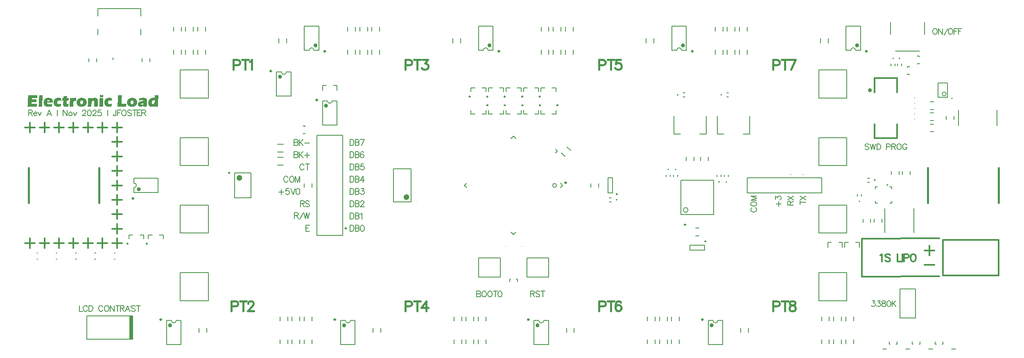
<source format=gbr>
%TF.GenerationSoftware,Altium Limited,Altium Designer,25.8.1 (18)*%
G04 Layer_Color=65535*
%FSLAX45Y45*%
%MOMM*%
%TF.SameCoordinates,304ADD41-B96C-4BE1-A440-764D1465AFBB*%
%TF.FilePolarity,Positive*%
%TF.FileFunction,Legend,Top*%
%TF.Part,Single*%
G01*
G75*
%TA.AperFunction,NonConductor*%
%ADD88C,0.30000*%
%ADD89C,0.40000*%
%ADD90C,0.20000*%
%ADD91C,0.25000*%
%ADD92C,0.60000*%
%ADD93C,0.10000*%
%ADD94R,0.76500X4.83000*%
G36*
X-8481644Y1871747D02*
Y1871562D01*
Y1870451D01*
X-8481829Y1868784D01*
X-8482015Y1866747D01*
Y1864711D01*
X-8482200Y1862674D01*
X-8482385Y1860822D01*
Y1859341D01*
X-8483311Y1838602D01*
Y1838417D01*
Y1837861D01*
Y1836750D01*
Y1835454D01*
X-8483496Y1833417D01*
Y1831010D01*
Y1828048D01*
Y1824529D01*
X-8492939D01*
X-8495532Y1824715D01*
X-8541268D01*
X-8544786Y1824529D01*
X-8556451D01*
Y1824715D01*
Y1825640D01*
Y1826751D01*
X-8556266Y1828418D01*
Y1830270D01*
X-8556081Y1832492D01*
Y1835084D01*
X-8555896Y1837676D01*
Y1843416D01*
X-8555711Y1849157D01*
X-8555525Y1854526D01*
Y1857119D01*
Y1859341D01*
Y1859526D01*
Y1859896D01*
Y1860822D01*
Y1862118D01*
Y1863785D01*
Y1866007D01*
X-8555711Y1868599D01*
Y1871932D01*
X-8552192D01*
X-8550341Y1871747D01*
X-8543304D01*
X-8540527Y1871562D01*
X-8531269D01*
X-8524788Y1871376D01*
X-8505716D01*
X-8500161Y1871562D01*
X-8493865D01*
X-8487755Y1871747D01*
X-8481644Y1871932D01*
Y1871747D01*
D02*
G37*
G36*
X-7341762Y1867303D02*
Y1866933D01*
X-7341947Y1866192D01*
Y1865081D01*
X-7342133Y1863600D01*
X-7342318Y1862118D01*
Y1860081D01*
X-7342503Y1858045D01*
X-7342873Y1855452D01*
X-7343058Y1852860D01*
X-7343244Y1849897D01*
X-7343614Y1846749D01*
X-7343799Y1843231D01*
X-7344169Y1839713D01*
X-7344355Y1835825D01*
X-7344725Y1831751D01*
X-7345095Y1827307D01*
X-7345466Y1822863D01*
X-7345651Y1818234D01*
X-7346021Y1813420D01*
X-7346762Y1803050D01*
X-7347502Y1792125D01*
X-7348243Y1780460D01*
X-7348984Y1768424D01*
X-7349724Y1755833D01*
X-7350465Y1742686D01*
Y1742501D01*
Y1741945D01*
Y1740834D01*
X-7350650Y1739538D01*
Y1737872D01*
X-7350835Y1735835D01*
Y1733613D01*
X-7351021Y1731021D01*
X-7351206Y1728243D01*
Y1725095D01*
X-7351391Y1721762D01*
X-7351576Y1718244D01*
X-7351761Y1714541D01*
X-7351946Y1710652D01*
X-7352132Y1702320D01*
X-7352502Y1693617D01*
X-7352872Y1684729D01*
X-7353428Y1666213D01*
X-7353613Y1657139D01*
X-7353798Y1648437D01*
X-7353983Y1640104D01*
Y1632327D01*
X-7363797D01*
X-7366204Y1632512D01*
X-7408052D01*
X-7411570Y1632327D01*
X-7423235D01*
X-7422319Y1653397D01*
X-7422495Y1652695D01*
X-7422865Y1651584D01*
X-7423421Y1650288D01*
X-7424161Y1648622D01*
X-7425272Y1647140D01*
X-7426568Y1645474D01*
X-7428235Y1643807D01*
X-7428420Y1643622D01*
X-7429161Y1643067D01*
X-7430272Y1642326D01*
X-7431568Y1641400D01*
X-7433419Y1640289D01*
X-7435641Y1638808D01*
X-7438234Y1637512D01*
X-7441196Y1636031D01*
X-7441567Y1635845D01*
X-7442493Y1635475D01*
X-7444159Y1634734D01*
X-7446381Y1633994D01*
X-7448788Y1633068D01*
X-7451751Y1632142D01*
X-7454899Y1631216D01*
X-7458232Y1630290D01*
X-7458602D01*
X-7459158Y1630105D01*
X-7459713Y1629920D01*
X-7461565Y1629550D01*
X-7463972Y1629179D01*
X-7466749Y1628809D01*
X-7470082Y1628439D01*
X-7473415Y1628254D01*
X-7477119Y1628068D01*
X-7478785D01*
X-7479896Y1628254D01*
X-7481377D01*
X-7483229Y1628439D01*
X-7485266Y1628624D01*
X-7487303Y1628809D01*
X-7492117Y1629550D01*
X-7497487Y1630661D01*
X-7503042Y1632142D01*
X-7508597Y1634179D01*
X-7508782D01*
X-7509152Y1634549D01*
X-7510078Y1634734D01*
X-7511004Y1635290D01*
X-7512300Y1636031D01*
X-7513782Y1636771D01*
X-7517115Y1638623D01*
X-7521188Y1641030D01*
X-7525262Y1644178D01*
X-7529521Y1647511D01*
X-7533594Y1651584D01*
X-7533779Y1651770D01*
X-7533965Y1652140D01*
X-7534520Y1652695D01*
X-7535261Y1653621D01*
X-7536187Y1654732D01*
X-7537112Y1656028D01*
X-7538223Y1657510D01*
X-7539334Y1659176D01*
X-7541927Y1663065D01*
X-7544519Y1667694D01*
X-7546926Y1672693D01*
X-7548963Y1678248D01*
Y1678434D01*
X-7549148Y1678989D01*
X-7549333Y1679730D01*
X-7549704Y1680841D01*
X-7550074Y1682322D01*
X-7550630Y1683989D01*
X-7551000Y1685840D01*
X-7551370Y1688062D01*
X-7551926Y1690284D01*
X-7552296Y1692691D01*
X-7553222Y1698246D01*
X-7553777Y1703986D01*
X-7553963Y1710097D01*
Y1710282D01*
Y1711208D01*
Y1712319D01*
X-7553777Y1714171D01*
X-7553592Y1716207D01*
X-7553407Y1718615D01*
X-7553222Y1721392D01*
X-7552852Y1724540D01*
X-7552296Y1727873D01*
X-7551741Y1731391D01*
X-7551000Y1735094D01*
X-7550074Y1739168D01*
X-7549148Y1743056D01*
X-7547852Y1747130D01*
X-7546556Y1751389D01*
X-7544889Y1755463D01*
X-7544704Y1755648D01*
X-7544519Y1756388D01*
X-7543964Y1757685D01*
X-7543223Y1759166D01*
X-7542297Y1761018D01*
X-7541186Y1763240D01*
X-7539890Y1765647D01*
X-7538409Y1768239D01*
X-7535076Y1773794D01*
X-7531002Y1779534D01*
X-7526188Y1785274D01*
X-7523780Y1788052D01*
X-7521003Y1790459D01*
X-7520818Y1790644D01*
X-7520262Y1791014D01*
X-7519522Y1791755D01*
X-7518411Y1792496D01*
X-7516929Y1793607D01*
X-7515263Y1794903D01*
X-7513411Y1796199D01*
X-7511189Y1797680D01*
X-7508782Y1799162D01*
X-7506190Y1800643D01*
X-7503412Y1802124D01*
X-7500450Y1803606D01*
X-7494154Y1806383D01*
X-7487303Y1808790D01*
X-7487118D01*
X-7486377Y1808976D01*
X-7485451Y1809346D01*
X-7483970Y1809716D01*
X-7482303Y1810087D01*
X-7480266Y1810457D01*
X-7477859Y1811012D01*
X-7475267Y1811568D01*
X-7472489Y1811938D01*
X-7469342Y1812494D01*
X-7466009Y1812864D01*
X-7462491Y1813420D01*
X-7455084Y1813975D01*
X-7447307Y1814160D01*
X-7443604D01*
X-7442122Y1813975D01*
X-7440456D01*
X-7438419Y1813790D01*
X-7434160Y1813605D01*
X-7429161Y1813234D01*
X-7423791Y1812494D01*
X-7418236Y1811753D01*
Y1811938D01*
Y1812494D01*
X-7418051Y1813605D01*
Y1814901D01*
X-7417866Y1816753D01*
Y1819160D01*
X-7417680Y1821752D01*
Y1824900D01*
X-7417495Y1828603D01*
X-7417310Y1832677D01*
X-7417125Y1837306D01*
Y1842305D01*
X-7416940Y1847860D01*
X-7416755Y1853971D01*
Y1860452D01*
X-7416569Y1867488D01*
X-7413051D01*
X-7411200Y1867303D01*
X-7404163D01*
X-7401201Y1867118D01*
X-7392127D01*
X-7385832Y1866933D01*
X-7367500D01*
X-7364723Y1867118D01*
X-7355279D01*
X-7348613Y1867303D01*
X-7341762Y1867488D01*
Y1867303D01*
D02*
G37*
G36*
X-8101869Y1802865D02*
X-8106868Y1708430D01*
X-8107424Y1688803D01*
X-8101869D01*
X-8099832Y1688618D01*
X-8089463D01*
X-8083908Y1688432D01*
X-8057984D01*
X-8053170Y1688618D01*
X-8042616D01*
X-8036875Y1688803D01*
X-8025210Y1688988D01*
X-8019470Y1689173D01*
X-8013915Y1689358D01*
X-8008545Y1689543D01*
X-8003546Y1689729D01*
X-8007619Y1632327D01*
X-8030209D01*
X-8036135Y1632512D01*
X-8158530D01*
X-8175380Y1632327D01*
X-8192230D01*
Y1632512D01*
Y1632883D01*
X-8192045Y1633438D01*
Y1634179D01*
X-8191859Y1635290D01*
Y1636586D01*
X-8191674Y1637882D01*
X-8191489Y1639549D01*
X-8191304Y1643252D01*
X-8190748Y1647326D01*
X-8190378Y1652140D01*
X-8190008Y1657139D01*
X-8189452Y1662509D01*
X-8188897Y1668064D01*
X-8187971Y1679359D01*
X-8187601Y1684914D01*
X-8187045Y1690284D01*
X-8186675Y1695469D01*
X-8186304Y1700283D01*
Y1700468D01*
Y1700839D01*
X-8186119Y1701394D01*
Y1702320D01*
Y1703431D01*
X-8185934Y1704727D01*
Y1706394D01*
X-8185749Y1708060D01*
X-8185564Y1710097D01*
X-8185379Y1712134D01*
X-8185008Y1717133D01*
X-8184638Y1722503D01*
X-8184268Y1728614D01*
X-8183897Y1735279D01*
X-8183527Y1742316D01*
X-8182971Y1749908D01*
X-8182601Y1757685D01*
X-8182231Y1765647D01*
X-8181860Y1773979D01*
X-8181120Y1790644D01*
Y1790829D01*
Y1791200D01*
Y1791755D01*
Y1792681D01*
X-8180935Y1793792D01*
Y1794903D01*
Y1796569D01*
X-8180749Y1798236D01*
Y1801939D01*
X-8180564Y1806568D01*
X-8180379Y1811568D01*
X-8180194Y1817123D01*
X-8180009Y1822863D01*
X-8179824Y1828973D01*
X-8179638Y1835454D01*
Y1841935D01*
X-8179268Y1854897D01*
Y1861192D01*
Y1867303D01*
X-8173343D01*
X-8170936Y1867118D01*
X-8158530D01*
X-8151308Y1866933D01*
X-8125014D01*
X-8122422Y1867118D01*
X-8113164D01*
X-8109646Y1867303D01*
X-8105757D01*
X-8101869Y1867488D01*
X-8097795D01*
X-8101869Y1802865D01*
D02*
G37*
G36*
X-9738736Y1812309D02*
X-9744847Y1685840D01*
X-9746328Y1632327D01*
X-9821691D01*
X-9818728Y1672138D01*
X-9812247Y1796940D01*
X-9810210Y1867118D01*
X-9796693D01*
X-9790583Y1866933D01*
X-9760401D01*
X-9757808Y1867118D01*
X-9748550D01*
X-9741699Y1867303D01*
X-9734663Y1867488D01*
X-9738736Y1812309D01*
D02*
G37*
G36*
X-9845207Y1858045D02*
Y1857859D01*
Y1857489D01*
Y1856748D01*
X-9845392Y1855452D01*
Y1853601D01*
X-9845577Y1852304D01*
Y1851008D01*
Y1849527D01*
X-9845762Y1847675D01*
Y1845824D01*
X-9845947Y1843602D01*
X-9847058Y1825455D01*
Y1825270D01*
Y1824529D01*
Y1823419D01*
Y1821752D01*
X-9847243Y1819715D01*
Y1817123D01*
Y1813975D01*
Y1810457D01*
X-9848910D01*
X-9850762Y1810642D01*
X-9853169D01*
X-9856317Y1810827D01*
X-9859835D01*
X-9863723Y1811012D01*
X-9867982Y1811198D01*
X-9872426D01*
X-9877055Y1811383D01*
X-9886684Y1811568D01*
X-9896312Y1811753D01*
X-9928902D01*
X-9931309Y1811568D01*
X-9943345D01*
X-9946678Y1811383D01*
X-9950751D01*
X-9955380Y1811198D01*
X-9960565Y1811012D01*
X-9962417Y1779164D01*
X-9958158D01*
X-9956491Y1778979D01*
X-9945752D01*
X-9942234Y1778793D01*
X-9914088D01*
X-9911866Y1778979D01*
X-9905756D01*
X-9901867Y1779164D01*
X-9897609Y1779349D01*
X-9892609D01*
X-9887054Y1779534D01*
X-9880758Y1779719D01*
X-9873907Y1780090D01*
X-9870204D01*
X-9866316Y1780275D01*
Y1779904D01*
Y1779164D01*
X-9866501Y1777682D01*
X-9866686Y1775831D01*
X-9866871Y1773424D01*
X-9867056Y1770461D01*
X-9867241Y1767313D01*
X-9867427Y1763610D01*
X-9867797Y1759351D01*
X-9867982Y1754907D01*
X-9868352Y1750278D01*
X-9868538Y1745093D01*
X-9868908Y1739723D01*
X-9869278Y1734168D01*
X-9869463Y1728428D01*
X-9869834Y1722318D01*
X-9884277D01*
X-9887795Y1722503D01*
X-9929087D01*
X-9932235Y1722318D01*
X-9939456D01*
X-9943530Y1722133D01*
X-9947789D01*
X-9956677Y1721762D01*
X-9966120Y1721392D01*
X-9967787Y1687692D01*
X-9941308D01*
X-9938715Y1687877D01*
X-9925198D01*
X-9921310Y1688062D01*
X-9916866D01*
X-9882240Y1688803D01*
X-9880758D01*
X-9879833Y1688988D01*
X-9877426D01*
X-9875759Y1689173D01*
X-9873907D01*
X-9871871Y1689358D01*
X-9869463D01*
X-9866686Y1689543D01*
X-9863723Y1689729D01*
X-9860390Y1689914D01*
X-9856687Y1690284D01*
X-9852798Y1690469D01*
Y1690099D01*
Y1689173D01*
X-9852984Y1687692D01*
X-9853169Y1685470D01*
X-9853354Y1682878D01*
X-9853539Y1679730D01*
X-9853909Y1676212D01*
X-9854095Y1672323D01*
X-9854465Y1668064D01*
X-9854650Y1663620D01*
X-9855020Y1658806D01*
X-9855206Y1653806D01*
X-9855946Y1643252D01*
X-9856502Y1632327D01*
X-9878537D01*
X-9884647Y1632512D01*
X-9949270D01*
X-10022781Y1632327D01*
X-10050000D01*
Y1632512D01*
Y1632883D01*
X-10049815Y1633438D01*
Y1634364D01*
X-10049630Y1635475D01*
Y1636956D01*
X-10049445Y1638438D01*
X-10049260Y1640104D01*
X-10049074Y1644178D01*
X-10048519Y1648807D01*
X-10048149Y1653806D01*
X-10047778Y1659547D01*
X-10047223Y1665287D01*
X-10046667Y1671582D01*
X-10045741Y1684174D01*
X-10045371Y1690469D01*
X-10044816Y1696765D01*
X-10044445Y1702690D01*
X-10044075Y1708245D01*
Y1708616D01*
X-10043890Y1709541D01*
Y1711208D01*
X-10043705Y1713615D01*
X-10043519Y1716393D01*
X-10043334Y1719911D01*
X-10043149Y1724170D01*
X-10042779Y1728799D01*
X-10042594Y1733983D01*
X-10042223Y1739909D01*
X-10041853Y1746204D01*
X-10041483Y1753055D01*
X-10041297Y1760462D01*
X-10040927Y1768239D01*
X-10040557Y1776757D01*
X-10040186Y1785459D01*
Y1785645D01*
Y1786015D01*
Y1786756D01*
Y1787496D01*
X-10040001Y1788607D01*
Y1790089D01*
Y1791570D01*
X-10039816Y1793236D01*
Y1797125D01*
X-10039631Y1801569D01*
X-10039446Y1806383D01*
X-10039261Y1811568D01*
X-10038890Y1822122D01*
X-10038705Y1827492D01*
Y1832677D01*
X-10038520Y1837491D01*
X-10038335Y1841935D01*
Y1845824D01*
Y1847675D01*
Y1849157D01*
X-10038520Y1867118D01*
X-10011301D01*
X-10004449Y1866933D01*
X-9876129D01*
X-9860020Y1867118D01*
X-9844651D01*
X-9845207Y1858045D01*
D02*
G37*
G36*
X-8482015Y1809901D02*
Y1809716D01*
Y1809161D01*
X-8482200Y1808420D01*
Y1806568D01*
X-8482570Y1804161D01*
X-8482755Y1801013D01*
X-8482940Y1797495D01*
X-8483311Y1793607D01*
X-8483681Y1789163D01*
X-8484051Y1784719D01*
X-8484422Y1779904D01*
X-8484977Y1769906D01*
X-8485718Y1759907D01*
X-8486088Y1755092D01*
X-8486273Y1750463D01*
Y1750278D01*
Y1749352D01*
X-8486459Y1748056D01*
Y1746389D01*
X-8486644Y1744167D01*
Y1741575D01*
X-8486829Y1738612D01*
X-8487014Y1735279D01*
Y1731761D01*
X-8487199Y1727873D01*
X-8487384Y1723614D01*
X-8487570Y1719355D01*
Y1714726D01*
X-8487755Y1710097D01*
X-8487940Y1700283D01*
Y1700098D01*
Y1699728D01*
Y1699172D01*
Y1698431D01*
Y1697320D01*
Y1696024D01*
Y1694728D01*
Y1693062D01*
X-8488125Y1689358D01*
Y1685099D01*
Y1680470D01*
Y1675286D01*
X-8488310Y1669916D01*
Y1664361D01*
Y1653066D01*
X-8488495Y1647511D01*
Y1642141D01*
Y1637142D01*
Y1632327D01*
X-8499235D01*
X-8502012Y1632512D01*
X-8549415D01*
X-8553489Y1632327D01*
X-8567006D01*
Y1632698D01*
X-8566821Y1633438D01*
Y1634734D01*
X-8566635Y1636401D01*
X-8566450Y1638438D01*
X-8566265Y1640845D01*
X-8566080Y1643437D01*
X-8565710Y1646215D01*
X-8565154Y1652325D01*
X-8564599Y1658436D01*
X-8564043Y1664546D01*
X-8563858Y1667324D01*
X-8563673Y1669916D01*
Y1670101D01*
Y1670471D01*
X-8563488Y1671212D01*
Y1672323D01*
X-8563302Y1673619D01*
X-8563117Y1675101D01*
Y1676952D01*
X-8562932Y1678989D01*
X-8562747Y1681396D01*
X-8562562Y1683803D01*
X-8562377Y1686581D01*
X-8562191Y1689543D01*
X-8561821Y1692691D01*
X-8561636Y1696209D01*
X-8561451Y1699728D01*
X-8561266Y1703431D01*
Y1703616D01*
Y1704357D01*
X-8561080Y1705468D01*
Y1706949D01*
X-8560895Y1708986D01*
Y1711208D01*
X-8560710Y1713800D01*
X-8560525Y1716763D01*
Y1720096D01*
X-8560340Y1723614D01*
X-8560155Y1727317D01*
X-8559969Y1731206D01*
X-8559784Y1735465D01*
Y1739723D01*
X-8559414Y1748797D01*
Y1749167D01*
Y1749908D01*
X-8559229Y1751389D01*
Y1753241D01*
Y1755648D01*
X-8559044Y1758610D01*
Y1761943D01*
X-8558858Y1765832D01*
X-8558673Y1769906D01*
Y1774535D01*
X-8558488Y1779719D01*
X-8558303Y1785089D01*
Y1790829D01*
X-8558118Y1796940D01*
Y1803235D01*
X-8557933Y1809901D01*
X-8552378D01*
X-8550156Y1809716D01*
X-8539046D01*
X-8532565Y1809531D01*
X-8509234D01*
X-8506642Y1809716D01*
X-8497383D01*
X-8493865Y1809901D01*
X-8489977D01*
X-8486088Y1810087D01*
X-8482015D01*
Y1809901D01*
D02*
G37*
G36*
X-9061029Y1813975D02*
X-9059177Y1813790D01*
X-9056770Y1813605D01*
X-9053807Y1813234D01*
X-9050474Y1812494D01*
X-9046771Y1811753D01*
Y1811568D01*
Y1810827D01*
Y1809716D01*
Y1808420D01*
Y1806568D01*
X-9046586Y1804532D01*
Y1802310D01*
Y1799902D01*
X-9046400Y1794718D01*
X-9046215Y1789348D01*
X-9046030Y1784163D01*
Y1781571D01*
X-9045845Y1779349D01*
X-9044549Y1749908D01*
X-9044734D01*
X-9045104Y1750093D01*
X-9045845D01*
X-9046771Y1750278D01*
X-9047882Y1750463D01*
X-9049178Y1750648D01*
X-9052141Y1751204D01*
X-9055474Y1751759D01*
X-9058992Y1752130D01*
X-9062325Y1752315D01*
X-9065287Y1752500D01*
X-9066769D01*
X-9068620Y1752315D01*
X-9070842Y1752130D01*
X-9073435Y1751759D01*
X-9076027Y1751389D01*
X-9078805Y1750648D01*
X-9081397Y1749722D01*
X-9081767Y1749537D01*
X-9082508Y1749167D01*
X-9083804Y1748611D01*
X-9085285Y1747686D01*
X-9087137Y1746575D01*
X-9088989Y1745278D01*
X-9091026Y1743612D01*
X-9093062Y1741575D01*
X-9093247Y1741390D01*
X-9093803Y1740649D01*
X-9094729Y1739353D01*
X-9096025Y1737872D01*
X-9097321Y1735835D01*
X-9098617Y1733613D01*
X-9099913Y1730836D01*
X-9101210Y1727873D01*
X-9101395Y1727503D01*
X-9101580Y1726947D01*
X-9101765Y1726392D01*
X-9101950Y1725466D01*
X-9102321Y1724355D01*
X-9102506Y1723059D01*
X-9102876Y1721392D01*
X-9103246Y1719726D01*
X-9103617Y1717689D01*
X-9103987Y1715467D01*
X-9104357Y1713060D01*
X-9104728Y1710467D01*
X-9105098Y1707505D01*
X-9105468Y1704357D01*
X-9105654Y1701024D01*
Y1700839D01*
Y1700098D01*
X-9105839Y1699172D01*
Y1697691D01*
X-9106024Y1696024D01*
Y1693802D01*
X-9106209Y1691395D01*
Y1688618D01*
X-9106394Y1685655D01*
X-9106579Y1682137D01*
Y1678619D01*
X-9106765Y1674730D01*
Y1670657D01*
X-9106950Y1666398D01*
Y1661954D01*
Y1657325D01*
Y1657139D01*
Y1656954D01*
Y1656399D01*
Y1655658D01*
Y1654547D01*
Y1653436D01*
Y1652140D01*
X-9106765Y1650659D01*
Y1646955D01*
X-9106579Y1642696D01*
X-9106394Y1637882D01*
X-9106209Y1632327D01*
X-9115653D01*
X-9118245Y1632512D01*
X-9165277D01*
X-9168980Y1632327D01*
X-9180646D01*
X-9175646Y1710467D01*
X-9173980Y1752685D01*
Y1752870D01*
Y1753241D01*
Y1753796D01*
Y1754722D01*
Y1755648D01*
Y1756944D01*
X-9173795Y1759907D01*
Y1763425D01*
Y1767498D01*
Y1771757D01*
Y1776201D01*
Y1776386D01*
Y1776757D01*
Y1777497D01*
Y1778423D01*
Y1779719D01*
Y1781201D01*
Y1782867D01*
Y1784904D01*
Y1787311D01*
Y1789718D01*
X-9173980Y1792496D01*
Y1795644D01*
Y1798791D01*
Y1802310D01*
X-9174165Y1806198D01*
Y1810087D01*
X-9170647D01*
X-9168980Y1809901D01*
X-9161944D01*
X-9156389Y1809716D01*
X-9150279D01*
X-9144353Y1809531D01*
X-9127874D01*
X-9125281Y1809716D01*
X-9116393D01*
X-9109912Y1809901D01*
X-9102876Y1810087D01*
X-9103608Y1791244D01*
X-9103432Y1792125D01*
X-9103246Y1793236D01*
X-9102876Y1794533D01*
X-9102321Y1796014D01*
X-9101395Y1797680D01*
X-9100284Y1799347D01*
X-9098802Y1800828D01*
X-9098617Y1801013D01*
X-9098062Y1801569D01*
X-9097136Y1802310D01*
X-9095840Y1803235D01*
X-9094358Y1804346D01*
X-9092692Y1805457D01*
X-9090655Y1806754D01*
X-9088618Y1807865D01*
X-9088433Y1808050D01*
X-9087693Y1808420D01*
X-9086396Y1808976D01*
X-9084915Y1809716D01*
X-9083249Y1810457D01*
X-9081212Y1811198D01*
X-9076768Y1812494D01*
X-9076397D01*
X-9075657Y1812679D01*
X-9074361Y1813049D01*
X-9072694Y1813420D01*
X-9070842Y1813605D01*
X-9068620Y1813975D01*
X-9066213Y1814160D01*
X-9062510D01*
X-9061029Y1813975D01*
D02*
G37*
G36*
X-8657922D02*
X-8654774Y1813790D01*
X-8651256Y1813420D01*
X-8646997Y1813049D01*
X-8642739Y1812309D01*
X-8638295Y1811383D01*
X-8638109D01*
X-8637739Y1811198D01*
X-8637184Y1811012D01*
X-8636258Y1810827D01*
X-8635332Y1810642D01*
X-8634036Y1810272D01*
X-8631258Y1809346D01*
X-8628111Y1808235D01*
X-8624778Y1806939D01*
X-8621259Y1805272D01*
X-8618112Y1803421D01*
X-8617926D01*
X-8617741Y1803235D01*
X-8616630Y1802495D01*
X-8615149Y1801384D01*
X-8613297Y1799902D01*
X-8611075Y1798051D01*
X-8608668Y1796014D01*
X-8606446Y1793422D01*
X-8604224Y1790644D01*
X-8604039Y1790274D01*
X-8603298Y1789348D01*
X-8602372Y1787867D01*
X-8601076Y1785830D01*
X-8599780Y1783423D01*
X-8598669Y1780645D01*
X-8597558Y1777497D01*
X-8596632Y1774350D01*
Y1774164D01*
Y1773979D01*
X-8596262Y1772868D01*
X-8596077Y1771202D01*
X-8595706Y1768980D01*
X-8595336Y1766202D01*
X-8595151Y1763240D01*
X-8594781Y1760092D01*
Y1756759D01*
Y1756388D01*
Y1756018D01*
Y1755463D01*
Y1754722D01*
Y1753796D01*
X-8594966Y1752500D01*
Y1751204D01*
Y1749352D01*
X-8595151Y1747500D01*
X-8595336Y1745278D01*
Y1742686D01*
X-8595521Y1739723D01*
X-8595706Y1736576D01*
X-8596077Y1732872D01*
X-8596262Y1728984D01*
X-8599225Y1668620D01*
Y1668435D01*
Y1667879D01*
Y1666953D01*
X-8599410Y1665657D01*
Y1664176D01*
Y1662324D01*
X-8599595Y1660287D01*
Y1657880D01*
Y1655288D01*
X-8599780Y1652510D01*
Y1649362D01*
Y1646215D01*
X-8599965Y1639549D01*
Y1632327D01*
X-8609594D01*
X-8612001Y1632512D01*
X-8660144D01*
X-8667366Y1632327D01*
X-8674772D01*
Y1632512D01*
Y1633253D01*
X-8674587Y1634364D01*
Y1635845D01*
X-8674402Y1637697D01*
X-8674217Y1639919D01*
X-8674032Y1642511D01*
X-8673847Y1645659D01*
X-8673661Y1648992D01*
X-8673291Y1652695D01*
X-8673106Y1656584D01*
X-8672736Y1661028D01*
X-8672550Y1665657D01*
X-8672180Y1670471D01*
X-8671995Y1675841D01*
X-8671625Y1681211D01*
Y1681581D01*
Y1682507D01*
X-8671439Y1683989D01*
Y1686025D01*
X-8671254Y1688618D01*
X-8671069Y1691395D01*
X-8670884Y1694358D01*
X-8670699Y1697691D01*
X-8670514Y1704727D01*
X-8670143Y1711578D01*
Y1714911D01*
X-8669958Y1718059D01*
Y1720837D01*
Y1723244D01*
Y1723429D01*
Y1723984D01*
Y1724910D01*
Y1726021D01*
X-8670143Y1727503D01*
X-8670328Y1729169D01*
X-8670699Y1732687D01*
X-8671439Y1736761D01*
X-8672550Y1740649D01*
X-8674217Y1744167D01*
X-8675143Y1745649D01*
X-8676254Y1746945D01*
X-8676624Y1747315D01*
X-8677365Y1748056D01*
X-8678661Y1748982D01*
X-8680512Y1750278D01*
X-8682920Y1751389D01*
X-8685697Y1752500D01*
X-8688660Y1753241D01*
X-8692178Y1753426D01*
X-8693659D01*
X-8695326Y1753055D01*
X-8697363Y1752685D01*
X-8699955Y1751944D01*
X-8702547Y1751019D01*
X-8705510Y1749537D01*
X-8708473Y1747686D01*
X-8708843Y1747500D01*
X-8709769Y1746575D01*
X-8711250Y1745278D01*
X-8712917Y1743427D01*
X-8714953Y1741020D01*
X-8716990Y1738057D01*
X-8718842Y1734539D01*
X-8720694Y1730465D01*
Y1730280D01*
X-8720879Y1729910D01*
X-8721064Y1729169D01*
X-8721434Y1728243D01*
X-8721805Y1726947D01*
X-8722175Y1725466D01*
X-8722730Y1723614D01*
X-8723101Y1721392D01*
X-8723656Y1718800D01*
X-8724212Y1716022D01*
X-8724767Y1712874D01*
X-8725323Y1709356D01*
X-8725878Y1705468D01*
X-8726248Y1701209D01*
X-8726804Y1696580D01*
X-8727174Y1691580D01*
Y1691210D01*
Y1690284D01*
X-8727359Y1688803D01*
X-8727545Y1686766D01*
Y1684174D01*
X-8727730Y1681211D01*
X-8727915Y1677693D01*
X-8728100Y1673990D01*
X-8728470Y1669731D01*
X-8728656Y1665102D01*
X-8728841Y1660102D01*
X-8729026Y1655103D01*
X-8729211Y1649548D01*
X-8729396Y1643993D01*
X-8729767Y1632327D01*
X-8739210D01*
X-8741802Y1632512D01*
X-8789390D01*
X-8793093Y1632327D01*
X-8805314D01*
Y1632512D01*
Y1632883D01*
X-8805129Y1633438D01*
Y1634179D01*
X-8804944Y1635290D01*
X-8804759Y1636586D01*
Y1637882D01*
X-8804574Y1639549D01*
X-8804389Y1641400D01*
X-8804203Y1643437D01*
X-8803648Y1648066D01*
X-8803092Y1653251D01*
X-8802537Y1658991D01*
X-8801981Y1665287D01*
X-8801426Y1672138D01*
X-8800870Y1679359D01*
X-8800315Y1686951D01*
X-8799574Y1694913D01*
X-8799019Y1703061D01*
X-8798648Y1711393D01*
X-8798093Y1719911D01*
Y1720096D01*
Y1720466D01*
Y1721022D01*
X-8797908Y1721948D01*
Y1723059D01*
Y1724355D01*
X-8797723Y1726021D01*
Y1727688D01*
X-8797537Y1729725D01*
Y1731946D01*
X-8797167Y1736761D01*
X-8796982Y1742316D01*
X-8796797Y1748426D01*
X-8796426Y1754907D01*
X-8796241Y1761943D01*
X-8795871Y1769535D01*
X-8795686Y1777312D01*
X-8795501Y1785274D01*
X-8795315Y1793422D01*
X-8794945Y1810087D01*
X-8791427D01*
X-8789575Y1809901D01*
X-8782539D01*
X-8779576Y1809716D01*
X-8770133D01*
X-8763467Y1809531D01*
X-8745135D01*
X-8742358Y1809716D01*
X-8733470D01*
X-8726989Y1809901D01*
X-8720694Y1810087D01*
X-8722291Y1790434D01*
X-8721805Y1791570D01*
X-8721249Y1792866D01*
X-8720138Y1794347D01*
X-8718842Y1795829D01*
X-8718657Y1796014D01*
X-8718101Y1796569D01*
X-8717175Y1797310D01*
X-8715879Y1798236D01*
X-8714398Y1799347D01*
X-8712731Y1800643D01*
X-8710695Y1801939D01*
X-8708473Y1803235D01*
X-8708102Y1803421D01*
X-8707362Y1803791D01*
X-8706065Y1804532D01*
X-8704399Y1805457D01*
X-8702362Y1806383D01*
X-8700140Y1807309D01*
X-8697733Y1808235D01*
X-8695141Y1809161D01*
X-8694770Y1809346D01*
X-8693844Y1809531D01*
X-8692363Y1810087D01*
X-8690511Y1810457D01*
X-8688289Y1811198D01*
X-8685512Y1811753D01*
X-8682734Y1812309D01*
X-8679772Y1812864D01*
X-8679401D01*
X-8678290Y1813049D01*
X-8676624Y1813234D01*
X-8674402Y1813605D01*
X-8671810Y1813790D01*
X-8669032Y1813975D01*
X-8665884Y1814160D01*
X-8659218D01*
X-8657922Y1813975D01*
D02*
G37*
G36*
X-8355546D02*
X-8352028Y1813790D01*
X-8347954Y1813605D01*
X-8343510Y1813234D01*
X-8338881Y1812864D01*
X-8338326D01*
X-8337585Y1812679D01*
X-8336659D01*
X-8335363Y1812494D01*
X-8333882Y1812123D01*
X-8332030Y1811938D01*
X-8329993Y1811568D01*
X-8327771Y1811198D01*
X-8325364Y1810827D01*
X-8322587Y1810272D01*
X-8319809Y1809716D01*
X-8316661Y1809161D01*
X-8313328Y1808420D01*
X-8309810Y1807679D01*
X-8306107Y1806754D01*
X-8305551Y1800458D01*
Y1800273D01*
X-8305366Y1799532D01*
Y1798236D01*
X-8305181Y1796755D01*
Y1794903D01*
X-8304996Y1792866D01*
X-8304811Y1788237D01*
Y1787867D01*
Y1787126D01*
X-8304626Y1785645D01*
Y1783423D01*
X-8304440Y1780830D01*
X-8304255Y1777497D01*
X-8304070Y1773609D01*
X-8303700Y1768980D01*
X-8302589Y1749908D01*
X-8302959Y1750093D01*
X-8303885Y1750278D01*
X-8305366Y1750648D01*
X-8307218Y1751204D01*
X-8309625Y1751759D01*
X-8312402Y1752500D01*
X-8315550Y1753241D01*
X-8318883Y1754166D01*
X-8322587Y1754907D01*
X-8326290Y1755648D01*
X-8333882Y1756944D01*
X-8341474Y1757870D01*
X-8345177Y1758240D01*
X-8350547D01*
X-8351658Y1758055D01*
X-8352954D01*
X-8355916Y1757685D01*
X-8359249Y1757129D01*
X-8362768Y1756203D01*
X-8366471Y1755092D01*
X-8369989Y1753426D01*
X-8370174D01*
X-8370359Y1753241D01*
X-8371470Y1752500D01*
X-8373137Y1751574D01*
X-8374989Y1750093D01*
X-8377211Y1748056D01*
X-8379433Y1745834D01*
X-8381469Y1743242D01*
X-8383321Y1740094D01*
Y1739909D01*
X-8383506Y1739723D01*
X-8383691Y1739168D01*
X-8384062Y1738612D01*
X-8384617Y1736761D01*
X-8385358Y1734354D01*
X-8386284Y1731206D01*
X-8386839Y1727688D01*
X-8387395Y1723799D01*
X-8387580Y1719540D01*
Y1719355D01*
Y1718985D01*
Y1718429D01*
Y1717504D01*
X-8387395Y1716393D01*
Y1715282D01*
X-8387024Y1712504D01*
X-8386654Y1709356D01*
X-8386099Y1706023D01*
X-8385173Y1702690D01*
X-8383877Y1699542D01*
X-8383691Y1699172D01*
X-8383136Y1698246D01*
X-8382210Y1696950D01*
X-8380914Y1695098D01*
X-8379247Y1693247D01*
X-8377025Y1691395D01*
X-8374618Y1689543D01*
X-8371656Y1687877D01*
X-8371470D01*
X-8371285Y1687692D01*
X-8370174Y1687321D01*
X-8368323Y1686581D01*
X-8366101Y1686025D01*
X-8363323Y1685285D01*
X-8360175Y1684544D01*
X-8356472Y1684174D01*
X-8352769Y1683989D01*
X-8350547D01*
X-8349065Y1684174D01*
X-8347214D01*
X-8344992Y1684544D01*
X-8342399Y1684729D01*
X-8339807Y1685099D01*
X-8339437D01*
X-8338511Y1685285D01*
X-8337030Y1685470D01*
X-8335363Y1685840D01*
X-8333141Y1686210D01*
X-8330919Y1686581D01*
X-8326475Y1687507D01*
X-8326105D01*
X-8325364Y1687877D01*
X-8323883Y1688247D01*
X-8321846Y1688803D01*
X-8319254Y1689358D01*
X-8315921Y1690284D01*
X-8312032Y1691395D01*
X-8307403Y1692691D01*
Y1692506D01*
Y1692136D01*
X-8307588Y1691580D01*
Y1690654D01*
X-8307773Y1689543D01*
X-8307958Y1688062D01*
X-8308144Y1686581D01*
X-8308329Y1684729D01*
X-8308699Y1682692D01*
X-8308884Y1680470D01*
X-8309255Y1678063D01*
X-8309625Y1675471D01*
X-8310551Y1669731D01*
X-8311662Y1663250D01*
X-8316291Y1634920D01*
X-8316661D01*
X-8317587Y1634549D01*
X-8319068Y1634364D01*
X-8321105Y1633809D01*
X-8323698Y1633253D01*
X-8326660Y1632698D01*
X-8330178Y1632142D01*
X-8333882Y1631587D01*
X-8337955Y1630846D01*
X-8342214Y1630290D01*
X-8346658Y1629735D01*
X-8351287Y1629179D01*
X-8360916Y1628439D01*
X-8370730Y1628068D01*
X-8373878D01*
X-8375544Y1628254D01*
X-8377396D01*
X-8379433Y1628439D01*
X-8381840Y1628624D01*
X-8387024Y1628994D01*
X-8392579Y1629735D01*
X-8398134Y1630661D01*
X-8403689Y1631957D01*
X-8403874D01*
X-8404430Y1632142D01*
X-8405356Y1632512D01*
X-8406467Y1632883D01*
X-8407948Y1633253D01*
X-8409800Y1633994D01*
X-8411651Y1634734D01*
X-8413873Y1635660D01*
X-8418503Y1637882D01*
X-8423687Y1640474D01*
X-8428872Y1643993D01*
X-8434057Y1647881D01*
X-8434242Y1648066D01*
X-8434612Y1648437D01*
X-8435353Y1649177D01*
X-8436279Y1649918D01*
X-8437390Y1651214D01*
X-8438686Y1652510D01*
X-8440167Y1653992D01*
X-8441834Y1655843D01*
X-8443500Y1657880D01*
X-8445166Y1659917D01*
X-8448499Y1664731D01*
X-8451647Y1670101D01*
X-8454240Y1676026D01*
Y1676212D01*
X-8454610Y1676952D01*
X-8454980Y1677878D01*
X-8455351Y1679359D01*
X-8455906Y1681211D01*
X-8456647Y1683248D01*
X-8457202Y1685655D01*
X-8457943Y1688432D01*
X-8458684Y1691395D01*
X-8459239Y1694728D01*
X-8459980Y1698061D01*
X-8460535Y1701764D01*
X-8460906Y1705653D01*
X-8461276Y1709727D01*
X-8461646Y1718244D01*
Y1718429D01*
Y1719170D01*
Y1720281D01*
X-8461461Y1721948D01*
Y1723799D01*
X-8461276Y1726021D01*
X-8461091Y1728614D01*
X-8460720Y1731391D01*
X-8460350Y1734354D01*
X-8459795Y1737687D01*
X-8458684Y1744538D01*
X-8456832Y1751944D01*
X-8454425Y1759351D01*
Y1759536D01*
X-8454054Y1760277D01*
X-8453684Y1761203D01*
X-8453129Y1762684D01*
X-8452388Y1764351D01*
X-8451462Y1766387D01*
X-8450351Y1768424D01*
X-8449055Y1770831D01*
X-8446092Y1776016D01*
X-8442389Y1781571D01*
X-8437945Y1786941D01*
X-8432946Y1792125D01*
X-8432760Y1792311D01*
X-8432205Y1792681D01*
X-8431464Y1793422D01*
X-8430353Y1794347D01*
X-8429057Y1795273D01*
X-8427391Y1796569D01*
X-8425539Y1797866D01*
X-8423502Y1799347D01*
X-8421280Y1800643D01*
X-8418873Y1802124D01*
X-8413318Y1805087D01*
X-8407393Y1807679D01*
X-8404245Y1808790D01*
X-8401097Y1809716D01*
X-8400912D01*
X-8400356Y1809901D01*
X-8399430Y1810087D01*
X-8398134Y1810457D01*
X-8396468Y1810827D01*
X-8394431Y1811198D01*
X-8392209Y1811568D01*
X-8389802Y1811938D01*
X-8387024Y1812309D01*
X-8384062Y1812679D01*
X-8380914Y1813049D01*
X-8377581Y1813420D01*
X-8370545Y1813975D01*
X-8362953Y1814160D01*
X-8358694D01*
X-8355546Y1813975D01*
D02*
G37*
G36*
X-9404882D02*
X-9401364Y1813790D01*
X-9397290Y1813605D01*
X-9392846Y1813234D01*
X-9388217Y1812864D01*
X-9387661D01*
X-9386921Y1812679D01*
X-9385995D01*
X-9384699Y1812494D01*
X-9383217Y1812123D01*
X-9381366Y1811938D01*
X-9379329Y1811568D01*
X-9377107Y1811198D01*
X-9374700Y1810827D01*
X-9371922Y1810272D01*
X-9369145Y1809716D01*
X-9365997Y1809161D01*
X-9362664Y1808420D01*
X-9359146Y1807679D01*
X-9355443Y1806754D01*
X-9354887Y1800458D01*
Y1800273D01*
X-9354702Y1799532D01*
Y1798236D01*
X-9354517Y1796755D01*
Y1794903D01*
X-9354332Y1792866D01*
X-9354146Y1788237D01*
Y1787867D01*
Y1787126D01*
X-9353961Y1785645D01*
Y1783423D01*
X-9353776Y1780830D01*
X-9353591Y1777497D01*
X-9353406Y1773609D01*
X-9353035Y1768980D01*
X-9351924Y1749908D01*
X-9352295Y1750093D01*
X-9353221Y1750278D01*
X-9354702Y1750648D01*
X-9356554Y1751204D01*
X-9358961Y1751759D01*
X-9361738Y1752500D01*
X-9364886Y1753241D01*
X-9368219Y1754166D01*
X-9371922Y1754907D01*
X-9375626Y1755648D01*
X-9383217Y1756944D01*
X-9390809Y1757870D01*
X-9394513Y1758240D01*
X-9399882D01*
X-9400993Y1758055D01*
X-9402290D01*
X-9405252Y1757685D01*
X-9408585Y1757129D01*
X-9412103Y1756203D01*
X-9415807Y1755092D01*
X-9419325Y1753426D01*
X-9419510D01*
X-9419695Y1753241D01*
X-9420806Y1752500D01*
X-9422473Y1751574D01*
X-9424324Y1750093D01*
X-9426546Y1748056D01*
X-9428768Y1745834D01*
X-9430805Y1743242D01*
X-9432657Y1740094D01*
Y1739909D01*
X-9432842Y1739723D01*
X-9433027Y1739168D01*
X-9433397Y1738612D01*
X-9433953Y1736761D01*
X-9434694Y1734354D01*
X-9435619Y1731206D01*
X-9436175Y1727688D01*
X-9436730Y1723799D01*
X-9436916Y1719540D01*
Y1719355D01*
Y1718985D01*
Y1718429D01*
Y1717504D01*
X-9436730Y1716393D01*
Y1715282D01*
X-9436360Y1712504D01*
X-9435990Y1709356D01*
X-9435434Y1706023D01*
X-9434508Y1702690D01*
X-9433212Y1699542D01*
X-9433027Y1699172D01*
X-9432472Y1698246D01*
X-9431546Y1696950D01*
X-9430250Y1695098D01*
X-9428583Y1693247D01*
X-9426361Y1691395D01*
X-9423954Y1689543D01*
X-9420991Y1687877D01*
X-9420806D01*
X-9420621Y1687692D01*
X-9419510Y1687321D01*
X-9417658Y1686581D01*
X-9415436Y1686025D01*
X-9412659Y1685285D01*
X-9409511Y1684544D01*
X-9405808Y1684174D01*
X-9402104Y1683989D01*
X-9399882D01*
X-9398401Y1684174D01*
X-9396549D01*
X-9394327Y1684544D01*
X-9391735Y1684729D01*
X-9389143Y1685099D01*
X-9388772D01*
X-9387847Y1685285D01*
X-9386365Y1685470D01*
X-9384699Y1685840D01*
X-9382477Y1686210D01*
X-9380255Y1686581D01*
X-9375811Y1687507D01*
X-9375440D01*
X-9374700Y1687877D01*
X-9373218Y1688247D01*
X-9371182Y1688803D01*
X-9368589Y1689358D01*
X-9365256Y1690284D01*
X-9361368Y1691395D01*
X-9356739Y1692691D01*
Y1692506D01*
Y1692136D01*
X-9356924Y1691580D01*
Y1690654D01*
X-9357109Y1689543D01*
X-9357294Y1688062D01*
X-9357479Y1686581D01*
X-9357665Y1684729D01*
X-9358035Y1682692D01*
X-9358220Y1680470D01*
X-9358590Y1678063D01*
X-9358961Y1675471D01*
X-9359887Y1669731D01*
X-9360998Y1663250D01*
X-9365627Y1634920D01*
X-9365997D01*
X-9366923Y1634549D01*
X-9368404Y1634364D01*
X-9370441Y1633809D01*
X-9373033Y1633253D01*
X-9375996Y1632698D01*
X-9379514Y1632142D01*
X-9383217Y1631587D01*
X-9387291Y1630846D01*
X-9391550Y1630290D01*
X-9395994Y1629735D01*
X-9400623Y1629179D01*
X-9410252Y1628439D01*
X-9420065Y1628068D01*
X-9423213D01*
X-9424880Y1628254D01*
X-9426731D01*
X-9428768Y1628439D01*
X-9431175Y1628624D01*
X-9436360Y1628994D01*
X-9441915Y1629735D01*
X-9447470Y1630661D01*
X-9453025Y1631957D01*
X-9453210D01*
X-9453766Y1632142D01*
X-9454692Y1632512D01*
X-9455803Y1632883D01*
X-9457284Y1633253D01*
X-9459136Y1633994D01*
X-9460987Y1634734D01*
X-9463209Y1635660D01*
X-9467838Y1637882D01*
X-9473023Y1640474D01*
X-9478208Y1643993D01*
X-9483392Y1647881D01*
X-9483577Y1648066D01*
X-9483948Y1648437D01*
X-9484688Y1649177D01*
X-9485614Y1649918D01*
X-9486725Y1651214D01*
X-9488021Y1652510D01*
X-9489503Y1653992D01*
X-9491169Y1655843D01*
X-9492836Y1657880D01*
X-9494502Y1659917D01*
X-9497835Y1664731D01*
X-9500983Y1670101D01*
X-9503575Y1676026D01*
Y1676212D01*
X-9503946Y1676952D01*
X-9504316Y1677878D01*
X-9504686Y1679359D01*
X-9505242Y1681211D01*
X-9505983Y1683248D01*
X-9506538Y1685655D01*
X-9507279Y1688432D01*
X-9508019Y1691395D01*
X-9508575Y1694728D01*
X-9509315Y1698061D01*
X-9509871Y1701764D01*
X-9510241Y1705653D01*
X-9510612Y1709727D01*
X-9510982Y1718244D01*
Y1718429D01*
Y1719170D01*
Y1720281D01*
X-9510797Y1721948D01*
Y1723799D01*
X-9510612Y1726021D01*
X-9510426Y1728614D01*
X-9510056Y1731391D01*
X-9509686Y1734354D01*
X-9509130Y1737687D01*
X-9508019Y1744538D01*
X-9506168Y1751944D01*
X-9503761Y1759351D01*
Y1759536D01*
X-9503390Y1760277D01*
X-9503020Y1761203D01*
X-9502464Y1762684D01*
X-9501724Y1764351D01*
X-9500798Y1766387D01*
X-9499687Y1768424D01*
X-9498391Y1770831D01*
X-9495428Y1776016D01*
X-9491725Y1781571D01*
X-9487281Y1786941D01*
X-9482281Y1792125D01*
X-9482096Y1792311D01*
X-9481541Y1792681D01*
X-9480800Y1793422D01*
X-9479689Y1794347D01*
X-9478393Y1795273D01*
X-9476726Y1796569D01*
X-9474875Y1797866D01*
X-9472838Y1799347D01*
X-9470616Y1800643D01*
X-9468209Y1802124D01*
X-9462654Y1805087D01*
X-9456728Y1807679D01*
X-9453581Y1808790D01*
X-9450433Y1809716D01*
X-9450248D01*
X-9449692Y1809901D01*
X-9448766Y1810087D01*
X-9447470Y1810457D01*
X-9445804Y1810827D01*
X-9443767Y1811198D01*
X-9441545Y1811568D01*
X-9439138Y1811938D01*
X-9436360Y1812309D01*
X-9433397Y1812679D01*
X-9430250Y1813049D01*
X-9426917Y1813420D01*
X-9419880Y1813975D01*
X-9412289Y1814160D01*
X-9408030D01*
X-9404882Y1813975D01*
D02*
G37*
G36*
X-7647101D02*
X-7645064D01*
X-7642657Y1813790D01*
X-7640065Y1813605D01*
X-7637287Y1813234D01*
X-7634325Y1813049D01*
X-7628214Y1812123D01*
X-7621548Y1811012D01*
X-7615067Y1809346D01*
X-7614882D01*
X-7614327Y1809161D01*
X-7613401Y1808790D01*
X-7612290Y1808420D01*
X-7610809Y1807865D01*
X-7609142Y1807309D01*
X-7607290Y1806568D01*
X-7605254Y1805643D01*
X-7600810Y1803606D01*
X-7596366Y1800828D01*
X-7591922Y1797680D01*
X-7587848Y1793977D01*
X-7587663Y1793792D01*
X-7587478Y1793422D01*
X-7586922Y1792866D01*
X-7586367Y1791940D01*
X-7585441Y1791014D01*
X-7584700Y1789533D01*
X-7583774Y1788052D01*
X-7582848Y1786200D01*
X-7581923Y1784163D01*
X-7580997Y1781941D01*
X-7580071Y1779534D01*
X-7579330Y1776757D01*
X-7578775Y1773794D01*
X-7578219Y1770646D01*
X-7578034Y1767313D01*
X-7577849Y1763795D01*
Y1763610D01*
Y1763425D01*
Y1762684D01*
Y1761943D01*
Y1760647D01*
X-7578034Y1759166D01*
Y1757499D01*
X-7578219Y1755277D01*
Y1752685D01*
X-7578404Y1749722D01*
X-7578775Y1746204D01*
X-7578960Y1742316D01*
X-7579145Y1737872D01*
X-7579515Y1733057D01*
X-7580071Y1727688D01*
X-7580441Y1721762D01*
Y1721392D01*
Y1720837D01*
X-7580626Y1720281D01*
Y1719355D01*
Y1718429D01*
X-7580812Y1715652D01*
X-7580997Y1712319D01*
X-7581367Y1708245D01*
X-7581552Y1703616D01*
X-7581923Y1698246D01*
X-7582293Y1692136D01*
X-7582478Y1685285D01*
X-7582848Y1678063D01*
X-7583219Y1670101D01*
X-7583589Y1661398D01*
X-7583959Y1652325D01*
X-7584145Y1642696D01*
X-7584515Y1632327D01*
X-7593958D01*
X-7596366Y1632512D01*
X-7642657D01*
X-7645990Y1632327D01*
X-7657285D01*
Y1632512D01*
X-7657100Y1633438D01*
Y1634734D01*
X-7656915Y1636586D01*
X-7656730Y1639178D01*
X-7656359Y1642326D01*
X-7656174Y1645844D01*
X-7655804Y1650288D01*
X-7655434Y1655103D01*
X-7655063Y1660658D01*
X-7654693Y1666953D01*
X-7654137Y1673804D01*
X-7653582Y1681396D01*
X-7653212Y1689543D01*
X-7652656Y1698617D01*
X-7652111Y1708054D01*
X-7652471Y1707875D01*
X-7652841Y1707319D01*
X-7653397Y1706764D01*
X-7654137Y1706023D01*
X-7655063Y1705283D01*
X-7656174Y1704542D01*
X-7657655Y1703986D01*
X-7657841D01*
X-7658396Y1703801D01*
X-7659322Y1703431D01*
X-7660618Y1702875D01*
X-7662470Y1702320D01*
X-7664692Y1701579D01*
X-7667284Y1700839D01*
X-7670432Y1699913D01*
X-7670617D01*
X-7670802Y1699728D01*
X-7671913Y1699542D01*
X-7673395Y1698987D01*
X-7675431Y1698431D01*
X-7677468Y1697691D01*
X-7679875Y1696950D01*
X-7681912Y1696209D01*
X-7683949Y1695469D01*
X-7684134D01*
X-7684690Y1695098D01*
X-7685616Y1694728D01*
X-7686727Y1694358D01*
X-7689319Y1693062D01*
X-7692096Y1691395D01*
X-7692282Y1691210D01*
X-7692652Y1691025D01*
X-7693763Y1689914D01*
X-7695244Y1688432D01*
X-7695800Y1687692D01*
X-7696355Y1686766D01*
Y1686581D01*
X-7696540Y1686396D01*
X-7696911Y1685285D01*
X-7697281Y1683618D01*
X-7697466Y1681581D01*
Y1681396D01*
Y1680841D01*
X-7697281Y1680100D01*
X-7697096Y1679174D01*
X-7696726Y1677878D01*
X-7695985Y1676767D01*
X-7695244Y1675471D01*
X-7694133Y1674360D01*
X-7693948Y1674175D01*
X-7693393Y1673990D01*
X-7692652Y1673434D01*
X-7691356Y1672879D01*
X-7689689Y1672323D01*
X-7687652Y1671953D01*
X-7685245Y1671582D01*
X-7682283Y1671397D01*
X-7680061D01*
X-7677839Y1671582D01*
X-7675246Y1671768D01*
X-7675061D01*
X-7674506Y1671953D01*
X-7673395Y1672138D01*
X-7671913Y1672323D01*
X-7669876Y1672879D01*
X-7667284Y1673434D01*
X-7663951Y1674175D01*
X-7660063Y1675101D01*
Y1674915D01*
X-7660248Y1674360D01*
X-7660618Y1673249D01*
X-7660988Y1671953D01*
X-7661544Y1670286D01*
X-7662099Y1668064D01*
X-7662840Y1665657D01*
X-7663581Y1663065D01*
X-7664507Y1659917D01*
X-7665432Y1656584D01*
X-7666358Y1652881D01*
X-7667469Y1648992D01*
X-7668580Y1644918D01*
X-7669876Y1640474D01*
X-7671173Y1635660D01*
X-7672469Y1630846D01*
X-7672654D01*
X-7673209Y1630661D01*
X-7674135D01*
X-7675246Y1630476D01*
X-7676728Y1630290D01*
X-7678394Y1629920D01*
X-7680246Y1629735D01*
X-7682468Y1629550D01*
X-7687097Y1628994D01*
X-7692096Y1628439D01*
X-7697281Y1628254D01*
X-7702466Y1628068D01*
X-7704502D01*
X-7705984Y1628254D01*
X-7707835D01*
X-7710057Y1628439D01*
X-7712465Y1628624D01*
X-7715057Y1628809D01*
X-7720797Y1629550D01*
X-7726722Y1630661D01*
X-7732833Y1631957D01*
X-7738573Y1633994D01*
X-7738758D01*
X-7739129Y1634364D01*
X-7740054Y1634734D01*
X-7740980Y1635105D01*
X-7742276Y1635845D01*
X-7743573Y1636586D01*
X-7746906Y1638808D01*
X-7750424Y1641585D01*
X-7754312Y1644918D01*
X-7757830Y1648992D01*
X-7761163Y1653806D01*
Y1653992D01*
X-7761534Y1654362D01*
X-7761904Y1655103D01*
X-7762459Y1656214D01*
X-7763015Y1657510D01*
X-7763756Y1658991D01*
X-7764311Y1660658D01*
X-7765052Y1662509D01*
X-7766533Y1666768D01*
X-7767829Y1671397D01*
X-7768755Y1676397D01*
X-7768940Y1678989D01*
X-7769125Y1681581D01*
Y1681767D01*
Y1681952D01*
Y1683063D01*
X-7768940Y1684729D01*
X-7768755Y1686766D01*
X-7768385Y1689358D01*
X-7768014Y1692136D01*
X-7767274Y1695098D01*
X-7766348Y1698061D01*
Y1698246D01*
X-7766163Y1698431D01*
X-7765792Y1699357D01*
X-7765052Y1701024D01*
X-7764126Y1703061D01*
X-7762830Y1705283D01*
X-7761348Y1708060D01*
X-7759497Y1710838D01*
X-7757275Y1713615D01*
X-7756904Y1713985D01*
X-7756164Y1714911D01*
X-7754868Y1716393D01*
X-7753016Y1718059D01*
X-7750979Y1720096D01*
X-7748387Y1722318D01*
X-7745609Y1724540D01*
X-7742647Y1726577D01*
X-7742462D01*
X-7742276Y1726762D01*
X-7741721Y1727132D01*
X-7741165Y1727503D01*
X-7739314Y1728614D01*
X-7736721Y1729910D01*
X-7733574Y1731391D01*
X-7729685Y1733057D01*
X-7725426Y1734909D01*
X-7720427Y1736576D01*
X-7720242D01*
X-7719871Y1736761D01*
X-7718945Y1736946D01*
X-7717834Y1737316D01*
X-7716538Y1737872D01*
X-7714872Y1738242D01*
X-7713020Y1738798D01*
X-7710798Y1739353D01*
X-7708391Y1740094D01*
X-7705799Y1740649D01*
X-7702836Y1741390D01*
X-7699688Y1742131D01*
X-7696355Y1743056D01*
X-7692837Y1743797D01*
X-7689134Y1744538D01*
X-7685245Y1745278D01*
X-7684875D01*
X-7683764Y1745649D01*
X-7682097Y1745834D01*
X-7680061Y1746389D01*
X-7677653Y1746945D01*
X-7675246Y1747500D01*
X-7669876Y1748797D01*
X-7669506D01*
X-7668765Y1749167D01*
X-7667469Y1749537D01*
X-7665988Y1749908D01*
X-7662840Y1750833D01*
X-7661359Y1751389D01*
X-7660063Y1751759D01*
X-7659877D01*
X-7659507Y1751944D01*
X-7658396Y1752685D01*
X-7657100Y1753426D01*
X-7655804Y1754537D01*
X-7655619Y1754722D01*
X-7655063Y1755463D01*
X-7654323Y1756388D01*
X-7653767Y1757499D01*
X-7653582Y1757685D01*
X-7653397Y1758425D01*
X-7653212Y1759536D01*
Y1760832D01*
Y1761018D01*
Y1761573D01*
X-7653397Y1762314D01*
X-7653767Y1763240D01*
X-7654137Y1764351D01*
X-7654878Y1765462D01*
X-7655989Y1766573D01*
X-7657285Y1767684D01*
X-7657470Y1767869D01*
X-7658026Y1768054D01*
X-7659137Y1768609D01*
X-7660433Y1769165D01*
X-7662285Y1769535D01*
X-7664692Y1770091D01*
X-7667469Y1770276D01*
X-7670802Y1770461D01*
X-7672098D01*
X-7673765Y1770276D01*
X-7675802D01*
X-7678764Y1769906D01*
X-7682097Y1769535D01*
X-7685986Y1769165D01*
X-7690615Y1768424D01*
X-7695615Y1767498D01*
X-7701170Y1766573D01*
X-7707465Y1765091D01*
X-7713946Y1763610D01*
X-7721167Y1761758D01*
X-7728759Y1759536D01*
X-7736721Y1757129D01*
X-7745239Y1754166D01*
Y1754352D01*
X-7745054Y1755092D01*
X-7744869Y1756018D01*
X-7744684Y1757499D01*
X-7744498Y1758981D01*
X-7744128Y1760832D01*
X-7743573Y1765091D01*
X-7742832Y1769535D01*
X-7742276Y1773794D01*
X-7741906Y1775831D01*
X-7741721Y1777682D01*
X-7741536Y1779349D01*
X-7741351Y1780645D01*
Y1781015D01*
X-7741165Y1781941D01*
X-7740980Y1783608D01*
X-7740610Y1785830D01*
X-7740425Y1787311D01*
X-7740240Y1788978D01*
X-7740054Y1790829D01*
X-7739684Y1792681D01*
X-7739499Y1794903D01*
X-7739129Y1797310D01*
X-7738758Y1800088D01*
X-7738388Y1802865D01*
X-7738203D01*
X-7737832Y1803050D01*
X-7737092Y1803235D01*
X-7736166Y1803421D01*
X-7734870Y1803606D01*
X-7733388Y1803976D01*
X-7731722Y1804346D01*
X-7729870Y1804717D01*
X-7727833Y1805087D01*
X-7725426Y1805457D01*
X-7720427Y1806383D01*
X-7714687Y1807494D01*
X-7708391Y1808605D01*
X-7701910Y1809531D01*
X-7694874Y1810642D01*
X-7687838Y1811568D01*
X-7680431Y1812494D01*
X-7673209Y1813049D01*
X-7665988Y1813605D01*
X-7658952Y1813975D01*
X-7652286Y1814160D01*
X-7648953D01*
X-7647101Y1813975D01*
D02*
G37*
G36*
X-7881151D02*
X-7879299D01*
X-7877077Y1813790D01*
X-7874485Y1813605D01*
X-7871707Y1813420D01*
X-7868745Y1813049D01*
X-7865412Y1812494D01*
X-7858561Y1811383D01*
X-7851154Y1809716D01*
X-7843747Y1807494D01*
X-7843562D01*
X-7842822Y1807124D01*
X-7841896Y1806754D01*
X-7840414Y1806383D01*
X-7838748Y1805643D01*
X-7836711Y1804717D01*
X-7834489Y1803791D01*
X-7832082Y1802680D01*
X-7826897Y1800088D01*
X-7821157Y1796755D01*
X-7815602Y1792866D01*
X-7810232Y1788422D01*
X-7810047Y1788237D01*
X-7809677Y1787867D01*
X-7808936Y1787126D01*
X-7808010Y1786200D01*
X-7806899Y1785089D01*
X-7805418Y1783608D01*
X-7804122Y1781941D01*
X-7802455Y1780090D01*
X-7800789Y1778053D01*
X-7799122Y1775831D01*
X-7795789Y1771017D01*
X-7792642Y1765462D01*
X-7789864Y1759351D01*
Y1759166D01*
X-7789494Y1758610D01*
X-7789309Y1757685D01*
X-7788753Y1756388D01*
X-7788383Y1754907D01*
X-7787827Y1753055D01*
X-7787087Y1751019D01*
X-7786531Y1748611D01*
X-7785976Y1746019D01*
X-7785235Y1743427D01*
X-7784309Y1737316D01*
X-7783568Y1730836D01*
X-7783198Y1723799D01*
Y1723614D01*
Y1723059D01*
Y1721948D01*
Y1720651D01*
X-7783383Y1718985D01*
X-7783568Y1717133D01*
X-7783754Y1714911D01*
X-7783939Y1712504D01*
X-7784309Y1709912D01*
X-7784679Y1707134D01*
X-7785605Y1701209D01*
X-7787087Y1694913D01*
X-7789123Y1688618D01*
Y1688432D01*
X-7789309Y1687877D01*
X-7789679Y1686951D01*
X-7790234Y1685840D01*
X-7790975Y1684359D01*
X-7791716Y1682507D01*
X-7792642Y1680470D01*
X-7793753Y1678434D01*
X-7796530Y1673619D01*
X-7800048Y1668249D01*
X-7804122Y1662694D01*
X-7806344Y1659917D01*
X-7808936Y1657139D01*
X-7809121Y1656954D01*
X-7809492Y1656584D01*
X-7810417Y1655658D01*
X-7811343Y1654732D01*
X-7812825Y1653621D01*
X-7814491Y1652140D01*
X-7816343Y1650659D01*
X-7818565Y1648992D01*
X-7820972Y1647140D01*
X-7823564Y1645474D01*
X-7826527Y1643622D01*
X-7829675Y1641771D01*
X-7833008Y1639919D01*
X-7836526Y1638253D01*
X-7840229Y1636771D01*
X-7844118Y1635290D01*
X-7844303D01*
X-7845043Y1634920D01*
X-7846154Y1634549D01*
X-7847821Y1634179D01*
X-7849858Y1633623D01*
X-7852080Y1633068D01*
X-7854672Y1632327D01*
X-7857635Y1631772D01*
X-7860968Y1631031D01*
X-7864486Y1630290D01*
X-7868189Y1629735D01*
X-7872078Y1629179D01*
X-7880410Y1628439D01*
X-7889113Y1628068D01*
X-7891335D01*
X-7892816Y1628254D01*
X-7894853D01*
X-7897075Y1628439D01*
X-7899667Y1628624D01*
X-7902630Y1628809D01*
X-7905778Y1629179D01*
X-7909111Y1629550D01*
X-7916147Y1630661D01*
X-7923739Y1632327D01*
X-7931331Y1634364D01*
X-7931516D01*
X-7932257Y1634734D01*
X-7933183Y1635105D01*
X-7934664Y1635475D01*
X-7936330Y1636216D01*
X-7938367Y1636956D01*
X-7940589Y1637882D01*
X-7942996Y1638993D01*
X-7948366Y1641771D01*
X-7953921Y1644918D01*
X-7959661Y1648622D01*
X-7965031Y1653066D01*
X-7965216Y1653251D01*
X-7965587Y1653621D01*
X-7966327Y1654362D01*
X-7967253Y1655288D01*
X-7968364Y1656399D01*
X-7969660Y1657880D01*
X-7971142Y1659547D01*
X-7972808Y1661398D01*
X-7974289Y1663435D01*
X-7976141Y1665842D01*
X-7979474Y1670842D01*
X-7982807Y1676397D01*
X-7985584Y1682692D01*
Y1682878D01*
X-7985955Y1683433D01*
X-7986140Y1684359D01*
X-7986695Y1685655D01*
X-7987251Y1687321D01*
X-7987806Y1689173D01*
X-7988362Y1691210D01*
X-7988917Y1693617D01*
X-7989658Y1696209D01*
X-7990214Y1699172D01*
X-7991325Y1705283D01*
X-7992065Y1711763D01*
X-7992436Y1718800D01*
Y1718985D01*
Y1719726D01*
Y1720651D01*
X-7992250Y1721948D01*
Y1723614D01*
X-7992065Y1725651D01*
X-7991880Y1727873D01*
X-7991695Y1730465D01*
X-7991325Y1733057D01*
X-7990769Y1735835D01*
X-7989658Y1741945D01*
X-7988177Y1748241D01*
X-7985955Y1754722D01*
Y1754907D01*
X-7985584Y1755463D01*
X-7985214Y1756388D01*
X-7984659Y1757685D01*
X-7983918Y1759166D01*
X-7982992Y1760832D01*
X-7982066Y1762869D01*
X-7980770Y1765091D01*
X-7977808Y1769906D01*
X-7974289Y1775090D01*
X-7969845Y1780460D01*
X-7964846Y1785645D01*
X-7964661Y1785830D01*
X-7964105Y1786200D01*
X-7963365Y1786941D01*
X-7962254Y1787867D01*
X-7960772Y1788978D01*
X-7959106Y1790459D01*
X-7957069Y1791755D01*
X-7954847Y1793422D01*
X-7952440Y1795088D01*
X-7949662Y1796755D01*
X-7946700Y1798606D01*
X-7943552Y1800273D01*
X-7940219Y1802124D01*
X-7936515Y1803791D01*
X-7928924Y1806754D01*
X-7928739D01*
X-7927998Y1807124D01*
X-7926887Y1807494D01*
X-7925220Y1807865D01*
X-7923369Y1808420D01*
X-7920962Y1809161D01*
X-7918369Y1809716D01*
X-7915407Y1810457D01*
X-7912259Y1811198D01*
X-7908741Y1811753D01*
X-7905222Y1812494D01*
X-7901334Y1813049D01*
X-7893372Y1813790D01*
X-7884854Y1814160D01*
X-7882817D01*
X-7881151Y1813975D01*
D02*
G37*
G36*
X-8923821D02*
X-8921969D01*
X-8919747Y1813790D01*
X-8917155Y1813605D01*
X-8914377Y1813420D01*
X-8911414Y1813049D01*
X-8908081Y1812494D01*
X-8901230Y1811383D01*
X-8893824Y1809716D01*
X-8886417Y1807494D01*
X-8886232D01*
X-8885491Y1807124D01*
X-8884565Y1806754D01*
X-8883084Y1806383D01*
X-8881418Y1805643D01*
X-8879381Y1804717D01*
X-8877159Y1803791D01*
X-8874752Y1802680D01*
X-8869567Y1800088D01*
X-8863827Y1796755D01*
X-8858272Y1792866D01*
X-8852902Y1788422D01*
X-8852717Y1788237D01*
X-8852347Y1787867D01*
X-8851606Y1787126D01*
X-8850680Y1786200D01*
X-8849569Y1785089D01*
X-8848088Y1783608D01*
X-8846792Y1781941D01*
X-8845125Y1780090D01*
X-8843459Y1778053D01*
X-8841792Y1775831D01*
X-8838459Y1771017D01*
X-8835311Y1765462D01*
X-8832534Y1759351D01*
Y1759166D01*
X-8832163Y1758610D01*
X-8831978Y1757685D01*
X-8831423Y1756388D01*
X-8831052Y1754907D01*
X-8830497Y1753055D01*
X-8829756Y1751019D01*
X-8829201Y1748611D01*
X-8828645Y1746019D01*
X-8827905Y1743427D01*
X-8826979Y1737316D01*
X-8826238Y1730836D01*
X-8825868Y1723799D01*
Y1723614D01*
Y1723059D01*
Y1721948D01*
Y1720651D01*
X-8826053Y1718985D01*
X-8826238Y1717133D01*
X-8826423Y1714911D01*
X-8826608Y1712504D01*
X-8826979Y1709912D01*
X-8827349Y1707134D01*
X-8828275Y1701209D01*
X-8829756Y1694913D01*
X-8831793Y1688618D01*
Y1688432D01*
X-8831978Y1687877D01*
X-8832349Y1686951D01*
X-8832904Y1685840D01*
X-8833645Y1684359D01*
X-8834385Y1682507D01*
X-8835311Y1680470D01*
X-8836422Y1678434D01*
X-8839200Y1673619D01*
X-8842718Y1668249D01*
X-8846792Y1662694D01*
X-8849014Y1659917D01*
X-8851606Y1657139D01*
X-8851791Y1656954D01*
X-8852161Y1656584D01*
X-8853087Y1655658D01*
X-8854013Y1654732D01*
X-8855494Y1653621D01*
X-8857161Y1652140D01*
X-8859013Y1650659D01*
X-8861234Y1648992D01*
X-8863642Y1647140D01*
X-8866234Y1645474D01*
X-8869197Y1643622D01*
X-8872344Y1641771D01*
X-8875677Y1639919D01*
X-8879196Y1638253D01*
X-8882899Y1636771D01*
X-8886787Y1635290D01*
X-8886973D01*
X-8887713Y1634920D01*
X-8888824Y1634549D01*
X-8890491Y1634179D01*
X-8892528Y1633623D01*
X-8894750Y1633068D01*
X-8897342Y1632327D01*
X-8900305Y1631772D01*
X-8903638Y1631031D01*
X-8907156Y1630290D01*
X-8910859Y1629735D01*
X-8914747Y1629179D01*
X-8923080Y1628439D01*
X-8931783Y1628068D01*
X-8934005D01*
X-8935486Y1628254D01*
X-8937523D01*
X-8939745Y1628439D01*
X-8942337Y1628624D01*
X-8945300Y1628809D01*
X-8948448Y1629179D01*
X-8951781Y1629550D01*
X-8958817Y1630661D01*
X-8966409Y1632327D01*
X-8974001Y1634364D01*
X-8974186D01*
X-8974926Y1634734D01*
X-8975852Y1635105D01*
X-8977334Y1635475D01*
X-8979000Y1636216D01*
X-8981037Y1636956D01*
X-8983259Y1637882D01*
X-8985666Y1638993D01*
X-8991036Y1641771D01*
X-8996591Y1644918D01*
X-9002331Y1648622D01*
X-9007701Y1653066D01*
X-9007886Y1653251D01*
X-9008256Y1653621D01*
X-9008997Y1654362D01*
X-9009923Y1655288D01*
X-9011034Y1656399D01*
X-9012330Y1657880D01*
X-9013811Y1659547D01*
X-9015478Y1661398D01*
X-9016959Y1663435D01*
X-9018811Y1665842D01*
X-9022144Y1670842D01*
X-9025477Y1676397D01*
X-9028254Y1682692D01*
Y1682878D01*
X-9028625Y1683433D01*
X-9028810Y1684359D01*
X-9029365Y1685655D01*
X-9029921Y1687321D01*
X-9030476Y1689173D01*
X-9031032Y1691210D01*
X-9031587Y1693617D01*
X-9032328Y1696209D01*
X-9032883Y1699172D01*
X-9033994Y1705283D01*
X-9034735Y1711763D01*
X-9035105Y1718800D01*
Y1718985D01*
Y1719726D01*
Y1720651D01*
X-9034920Y1721948D01*
Y1723614D01*
X-9034735Y1725651D01*
X-9034550Y1727873D01*
X-9034365Y1730465D01*
X-9033994Y1733057D01*
X-9033439Y1735835D01*
X-9032328Y1741945D01*
X-9030847Y1748241D01*
X-9028625Y1754722D01*
Y1754907D01*
X-9028254Y1755463D01*
X-9027884Y1756388D01*
X-9027328Y1757685D01*
X-9026588Y1759166D01*
X-9025662Y1760832D01*
X-9024736Y1762869D01*
X-9023440Y1765091D01*
X-9020477Y1769906D01*
X-9016959Y1775090D01*
X-9012515Y1780460D01*
X-9007516Y1785645D01*
X-9007330Y1785830D01*
X-9006775Y1786200D01*
X-9006034Y1786941D01*
X-9004923Y1787867D01*
X-9003442Y1788978D01*
X-9001775Y1790459D01*
X-8999739Y1791755D01*
X-8997517Y1793422D01*
X-8995110Y1795088D01*
X-8992332Y1796755D01*
X-8989369Y1798606D01*
X-8986222Y1800273D01*
X-8982889Y1802124D01*
X-8979185Y1803791D01*
X-8971593Y1806754D01*
X-8971408D01*
X-8970668Y1807124D01*
X-8969557Y1807494D01*
X-8967890Y1807865D01*
X-8966038Y1808420D01*
X-8963631Y1809161D01*
X-8961039Y1809716D01*
X-8958076Y1810457D01*
X-8954928Y1811198D01*
X-8951410Y1811753D01*
X-8947892Y1812494D01*
X-8944004Y1813049D01*
X-8936042Y1813790D01*
X-8927524Y1814160D01*
X-8925487D01*
X-8923821Y1813975D01*
D02*
G37*
G36*
X-9233788Y1854156D02*
Y1853415D01*
X-9233974Y1851934D01*
Y1850268D01*
X-9234159Y1847860D01*
Y1845268D01*
X-9234344Y1842305D01*
X-9234529Y1838972D01*
Y1835454D01*
X-9234714Y1831751D01*
X-9235085Y1823789D01*
X-9235270Y1815456D01*
X-9235455Y1807309D01*
X-9197311D01*
Y1807124D01*
Y1806939D01*
Y1806383D01*
Y1805643D01*
X-9197496Y1803791D01*
Y1801384D01*
X-9197681Y1798236D01*
Y1794903D01*
X-9197866Y1791014D01*
X-9198051Y1786941D01*
X-9198237Y1782682D01*
Y1778238D01*
X-9198607Y1769535D01*
Y1765276D01*
X-9198792Y1761388D01*
Y1757685D01*
Y1754537D01*
X-9237492D01*
X-9239158Y1715837D01*
Y1715467D01*
Y1714541D01*
X-9239343Y1713245D01*
Y1711578D01*
Y1709727D01*
X-9239529Y1707690D01*
Y1705838D01*
Y1704172D01*
Y1703801D01*
Y1702875D01*
Y1701394D01*
X-9239343Y1699728D01*
X-9239158Y1697691D01*
X-9238973Y1695654D01*
X-9238603Y1693802D01*
X-9238047Y1691951D01*
Y1691765D01*
X-9237677Y1691210D01*
X-9237307Y1690469D01*
X-9236936Y1689543D01*
X-9235455Y1687507D01*
X-9234344Y1686581D01*
X-9233233Y1685840D01*
X-9233048D01*
X-9232677Y1685655D01*
X-9231937Y1685285D01*
X-9231011Y1685099D01*
X-9229900Y1684729D01*
X-9228419Y1684359D01*
X-9225271Y1684174D01*
X-9222864D01*
X-9220271Y1684359D01*
X-9217494Y1684729D01*
X-9217309D01*
X-9216568Y1684914D01*
X-9215457Y1685099D01*
X-9213605Y1685470D01*
X-9212309Y1685655D01*
X-9211013Y1685840D01*
X-9209347Y1686210D01*
X-9207495Y1686581D01*
X-9205458Y1686951D01*
X-9203236Y1687507D01*
X-9200829Y1688062D01*
X-9198051Y1688618D01*
Y1688432D01*
X-9198237Y1687877D01*
X-9198422Y1686951D01*
X-9198607Y1685655D01*
X-9198792Y1684174D01*
X-9199162Y1682322D01*
X-9199533Y1680470D01*
X-9199903Y1678248D01*
X-9200829Y1673804D01*
X-9201570Y1668805D01*
X-9202495Y1663991D01*
X-9203421Y1659547D01*
X-9207495Y1634364D01*
X-9207680D01*
X-9208236Y1634179D01*
X-9209347Y1633994D01*
X-9210643Y1633809D01*
X-9212124Y1633438D01*
X-9213976Y1633068D01*
X-9216013Y1632698D01*
X-9218049Y1632142D01*
X-9222679Y1631401D01*
X-9227493Y1630476D01*
X-9231937Y1629735D01*
X-9233974Y1629365D01*
X-9235825Y1629179D01*
X-9236196D01*
X-9236751Y1628994D01*
X-9237492D01*
X-9239343Y1628809D01*
X-9241751Y1628624D01*
X-9244528Y1628439D01*
X-9247676Y1628254D01*
X-9251009Y1628068D01*
X-9258045D01*
X-9259527Y1628254D01*
X-9261193D01*
X-9263045Y1628439D01*
X-9267118Y1628624D01*
X-9271562Y1629179D01*
X-9276192Y1629735D01*
X-9280635Y1630661D01*
X-9280821D01*
X-9281191Y1630846D01*
X-9281746D01*
X-9282487Y1631216D01*
X-9284709Y1631772D01*
X-9287487Y1632698D01*
X-9290634Y1633994D01*
X-9293782Y1635660D01*
X-9297115Y1637697D01*
X-9300263Y1640104D01*
X-9300633Y1640474D01*
X-9301559Y1641400D01*
X-9302855Y1642882D01*
X-9304522Y1644733D01*
X-9306374Y1647140D01*
X-9308225Y1649918D01*
X-9309892Y1652881D01*
X-9311188Y1656214D01*
Y1656399D01*
X-9311373Y1656584D01*
Y1657139D01*
X-9311558Y1657880D01*
X-9312114Y1659547D01*
X-9312484Y1661954D01*
X-9313040Y1664916D01*
X-9313595Y1668064D01*
X-9313780Y1671582D01*
X-9313965Y1675286D01*
Y1675656D01*
Y1676026D01*
Y1676767D01*
Y1677508D01*
Y1678619D01*
Y1679915D01*
Y1681396D01*
Y1681581D01*
Y1682322D01*
X-9313780Y1683618D01*
Y1685470D01*
X-9313595Y1686581D01*
Y1687877D01*
X-9313410Y1689543D01*
Y1691210D01*
X-9313225Y1693247D01*
X-9313040Y1695284D01*
X-9312854Y1697691D01*
X-9312669Y1700283D01*
X-9309151Y1754537D01*
X-9335074D01*
Y1754722D01*
Y1755277D01*
Y1756018D01*
X-9334889Y1757314D01*
Y1758610D01*
X-9334704Y1760462D01*
Y1762314D01*
X-9334519Y1764536D01*
Y1766943D01*
X-9334334Y1769535D01*
X-9334148Y1775275D01*
X-9333778Y1781571D01*
X-9333593Y1788422D01*
X-9333037Y1807309D01*
X-9305077D01*
Y1807494D01*
Y1807865D01*
X-9304892Y1808420D01*
Y1809346D01*
X-9304707Y1810272D01*
Y1811568D01*
X-9304522Y1813234D01*
X-9304337Y1815086D01*
X-9304152Y1817493D01*
X-9303966Y1820086D01*
X-9303781Y1823233D01*
X-9303596Y1826751D01*
X-9303411Y1830640D01*
X-9303041Y1835084D01*
X-9302855Y1840083D01*
X-9271562Y1846379D01*
X-9271192D01*
X-9270637Y1846564D01*
X-9269896Y1846749D01*
X-9268970Y1846935D01*
X-9267674Y1847120D01*
X-9266193Y1847490D01*
X-9264156Y1848046D01*
X-9261934Y1848416D01*
X-9259156Y1848971D01*
X-9256194Y1849712D01*
X-9252675Y1850453D01*
X-9248602Y1851379D01*
X-9244158Y1852304D01*
X-9239343Y1853415D01*
X-9233788Y1854526D01*
Y1854156D01*
D02*
G37*
G36*
X-9611897Y1813975D02*
X-9609861D01*
X-9607453Y1813790D01*
X-9604861Y1813605D01*
X-9602084Y1813420D01*
X-9599306Y1813049D01*
X-9592825Y1812123D01*
X-9586159Y1811012D01*
X-9579493Y1809531D01*
X-9579308D01*
X-9578753Y1809346D01*
X-9577827Y1808976D01*
X-9576531Y1808605D01*
X-9574864Y1808050D01*
X-9573198Y1807494D01*
X-9571161Y1806754D01*
X-9568939Y1805828D01*
X-9564125Y1803606D01*
X-9558940Y1800643D01*
X-9553941Y1797310D01*
X-9548941Y1793236D01*
X-9548756Y1793051D01*
X-9548386Y1792681D01*
X-9547645Y1792125D01*
X-9546904Y1791200D01*
X-9545793Y1790089D01*
X-9544682Y1788792D01*
X-9543201Y1787311D01*
X-9541905Y1785645D01*
X-9538942Y1781756D01*
X-9535979Y1777312D01*
X-9533202Y1772313D01*
X-9530795Y1767128D01*
Y1766943D01*
X-9530610Y1766573D01*
X-9530239Y1765647D01*
X-9529869Y1764536D01*
X-9529499Y1763240D01*
X-9529128Y1761758D01*
X-9528573Y1759907D01*
X-9528017Y1757870D01*
X-9527647Y1755648D01*
X-9527091Y1753241D01*
X-9526166Y1747871D01*
X-9525610Y1742131D01*
X-9525425Y1736020D01*
Y1735835D01*
Y1735650D01*
Y1735094D01*
Y1734354D01*
Y1733243D01*
X-9525610Y1732132D01*
Y1730836D01*
X-9525795Y1729354D01*
X-9526166Y1725836D01*
X-9526721Y1721577D01*
X-9527462Y1716763D01*
X-9528388Y1711393D01*
X-9644857Y1711208D01*
Y1711208D01*
Y1710838D01*
Y1709912D01*
Y1709727D01*
Y1709171D01*
Y1708430D01*
X-9644672Y1707319D01*
X-9644487Y1705838D01*
X-9644302Y1704357D01*
X-9643376Y1700839D01*
X-9642080Y1696950D01*
X-9641154Y1694913D01*
X-9640043Y1692876D01*
X-9638747Y1691025D01*
X-9637080Y1689173D01*
X-9635414Y1687507D01*
X-9633377Y1686025D01*
X-9633192D01*
X-9632821Y1685655D01*
X-9632266Y1685285D01*
X-9631340Y1684914D01*
X-9630044Y1684359D01*
X-9628748Y1683618D01*
X-9627081Y1682878D01*
X-9625415Y1682322D01*
X-9623378Y1681581D01*
X-9621156Y1680841D01*
X-9618749Y1680285D01*
X-9616156Y1679545D01*
X-9610416Y1678804D01*
X-9604120Y1678434D01*
X-9601158D01*
X-9599862Y1678619D01*
X-9596899Y1678804D01*
X-9593381Y1678989D01*
X-9589122Y1679545D01*
X-9584678Y1680100D01*
X-9579679Y1680841D01*
X-9579493D01*
X-9579123Y1681026D01*
X-9578197D01*
X-9577086Y1681396D01*
X-9575790Y1681581D01*
X-9574124Y1681952D01*
X-9572087Y1682322D01*
X-9569680Y1682878D01*
X-9567087Y1683433D01*
X-9564125Y1684174D01*
X-9560977Y1684914D01*
X-9557459Y1685655D01*
X-9553755Y1686581D01*
X-9549682Y1687692D01*
X-9545238Y1688803D01*
X-9540609Y1689914D01*
Y1689729D01*
X-9540794Y1689173D01*
Y1688432D01*
X-9540979Y1687136D01*
X-9541349Y1685470D01*
X-9541720Y1683433D01*
X-9542090Y1680841D01*
X-9542460Y1677878D01*
X-9543016Y1674360D01*
X-9543756Y1670286D01*
X-9544497Y1665842D01*
X-9545238Y1660843D01*
X-9546164Y1655103D01*
X-9547275Y1648992D01*
X-9548200Y1642141D01*
X-9549497Y1634734D01*
X-9549682D01*
X-9550422Y1634549D01*
X-9551533Y1634364D01*
X-9553200Y1633994D01*
X-9555052Y1633809D01*
X-9557088Y1633438D01*
X-9559495Y1632883D01*
X-9562088Y1632512D01*
X-9567828Y1631587D01*
X-9573753Y1630846D01*
X-9579493Y1629920D01*
X-9582271Y1629735D01*
X-9584863Y1629365D01*
X-9585419D01*
X-9586159Y1629179D01*
X-9587085D01*
X-9588381Y1628994D01*
X-9589678D01*
X-9591344Y1628809D01*
X-9593196D01*
X-9597269Y1628439D01*
X-9601899Y1628254D01*
X-9606713Y1628068D01*
X-9617267D01*
X-9619304Y1628254D01*
X-9621711D01*
X-9624304Y1628439D01*
X-9627081Y1628624D01*
X-9630044Y1628809D01*
X-9636339Y1629179D01*
X-9643005Y1629920D01*
X-9649486Y1630846D01*
X-9649671D01*
X-9650227Y1631031D01*
X-9651153Y1631216D01*
X-9652264Y1631401D01*
X-9653745Y1631772D01*
X-9655597Y1632142D01*
X-9657448Y1632512D01*
X-9659670Y1633068D01*
X-9664299Y1634549D01*
X-9669299Y1636216D01*
X-9674298Y1638438D01*
X-9679298Y1640845D01*
X-9679483D01*
X-9679853Y1641215D01*
X-9680594Y1641585D01*
X-9681335Y1642141D01*
X-9682446Y1642882D01*
X-9683742Y1643807D01*
X-9686705Y1645844D01*
X-9690038Y1648622D01*
X-9693556Y1651770D01*
X-9697259Y1655288D01*
X-9700592Y1659176D01*
Y1659361D01*
X-9700962Y1659732D01*
X-9701333Y1660287D01*
X-9702073Y1661213D01*
X-9702629Y1662139D01*
X-9703555Y1663435D01*
X-9704480Y1664916D01*
X-9705406Y1666583D01*
X-9707443Y1670471D01*
X-9709665Y1674730D01*
X-9711702Y1679730D01*
X-9713554Y1685099D01*
Y1685285D01*
X-9713739Y1685840D01*
X-9713924Y1686581D01*
X-9714294Y1687692D01*
X-9714479Y1688988D01*
X-9714850Y1690654D01*
X-9715220Y1692506D01*
X-9715590Y1694543D01*
X-9716146Y1696765D01*
X-9716516Y1699172D01*
X-9717072Y1704357D01*
X-9717627Y1709912D01*
X-9717812Y1715837D01*
Y1716022D01*
Y1716763D01*
Y1718059D01*
X-9717627Y1719540D01*
Y1721577D01*
X-9717257Y1723984D01*
X-9717072Y1726577D01*
X-9716701Y1729539D01*
X-9716331Y1732687D01*
X-9715590Y1736020D01*
X-9714109Y1743242D01*
X-9711887Y1751019D01*
X-9710591Y1754907D01*
X-9709110Y1758796D01*
X-9708924Y1758981D01*
X-9708739Y1759721D01*
X-9708184Y1760832D01*
X-9707443Y1762314D01*
X-9706702Y1763980D01*
X-9705591Y1766202D01*
X-9704295Y1768424D01*
X-9702999Y1770831D01*
X-9699666Y1776201D01*
X-9695778Y1781756D01*
X-9691334Y1787126D01*
X-9688927Y1789533D01*
X-9686334Y1791940D01*
X-9686149Y1792125D01*
X-9685779Y1792496D01*
X-9684853Y1793051D01*
X-9683927Y1793977D01*
X-9682446Y1794903D01*
X-9680964Y1796014D01*
X-9679113Y1797310D01*
X-9677076Y1798606D01*
X-9674669Y1799902D01*
X-9672262Y1801384D01*
X-9666707Y1804161D01*
X-9660781Y1806754D01*
X-9654115Y1808976D01*
X-9653930D01*
X-9653375Y1809161D01*
X-9652264Y1809531D01*
X-9650967Y1809716D01*
X-9649301Y1810272D01*
X-9647264Y1810642D01*
X-9645042Y1811012D01*
X-9642635Y1811568D01*
X-9639858Y1812123D01*
X-9636895Y1812494D01*
X-9630599Y1813420D01*
X-9623933Y1813975D01*
X-9616897Y1814160D01*
X-9613564D01*
X-9611897Y1813975D01*
D02*
G37*
%LPC*%
G36*
X-7431197Y1763425D02*
X-7436382D01*
X-7437678Y1763240D01*
X-7439160Y1763054D01*
X-7442863Y1762684D01*
X-7446937Y1761943D01*
X-7451195Y1761018D01*
X-7455639Y1759536D01*
X-7459713Y1757499D01*
X-7459898D01*
X-7460083Y1757314D01*
X-7460639Y1756944D01*
X-7461380Y1756388D01*
X-7463416Y1755092D01*
X-7465638Y1753055D01*
X-7468416Y1750463D01*
X-7471008Y1747500D01*
X-7473600Y1743612D01*
X-7476008Y1739353D01*
Y1739168D01*
X-7476193Y1738798D01*
X-7476563Y1738057D01*
X-7476933Y1737316D01*
X-7477304Y1736205D01*
X-7477674Y1734724D01*
X-7478785Y1731576D01*
X-7479711Y1727873D01*
X-7480637Y1723799D01*
X-7481377Y1719355D01*
X-7481563Y1714911D01*
Y1714726D01*
Y1714541D01*
Y1713430D01*
X-7481377Y1711578D01*
X-7481192Y1709356D01*
X-7480822Y1706949D01*
X-7480266Y1704172D01*
X-7479526Y1701394D01*
X-7478600Y1698617D01*
X-7478415Y1698246D01*
X-7478044Y1697506D01*
X-7477304Y1696209D01*
X-7476193Y1694728D01*
X-7474897Y1693062D01*
X-7473415Y1691210D01*
X-7471564Y1689543D01*
X-7469342Y1687877D01*
X-7468971Y1687692D01*
X-7468231Y1687321D01*
X-7466935Y1686581D01*
X-7465268Y1686025D01*
X-7463046Y1685285D01*
X-7460824Y1684544D01*
X-7458047Y1684174D01*
X-7455269Y1683989D01*
X-7453973D01*
X-7452306Y1684174D01*
X-7450270Y1684544D01*
X-7448048Y1685099D01*
X-7445640Y1685840D01*
X-7443048Y1686951D01*
X-7440456Y1688432D01*
X-7440085Y1688618D01*
X-7439345Y1689358D01*
X-7438049Y1690469D01*
X-7436382Y1691951D01*
X-7434716Y1693802D01*
X-7432864Y1696209D01*
X-7430827Y1698987D01*
X-7429161Y1702320D01*
Y1702505D01*
X-7428975Y1702690D01*
X-7428790Y1703246D01*
X-7428420Y1703986D01*
X-7428050Y1704912D01*
X-7427679Y1706023D01*
X-7426753Y1708801D01*
X-7425643Y1712134D01*
X-7424717Y1716022D01*
X-7423791Y1720466D01*
X-7423050Y1725466D01*
Y1725651D01*
Y1726021D01*
X-7422865Y1726947D01*
X-7422680Y1728058D01*
Y1729354D01*
X-7422495Y1731021D01*
X-7422310Y1732872D01*
X-7422124Y1735094D01*
X-7421939Y1737687D01*
X-7421569Y1740464D01*
X-7421384Y1743427D01*
X-7421199Y1746575D01*
X-7421013Y1750093D01*
X-7420828Y1753796D01*
Y1757870D01*
X-7420643Y1761943D01*
X-7420828D01*
X-7421754Y1762129D01*
X-7422865Y1762499D01*
X-7424532Y1762684D01*
X-7426383Y1763054D01*
X-7428605Y1763240D01*
X-7431197Y1763425D01*
D02*
G37*
G36*
X-7885965Y1758240D02*
X-7887632D01*
X-7889483Y1758055D01*
X-7891705Y1757685D01*
X-7894483Y1756944D01*
X-7897260Y1756203D01*
X-7900223Y1754907D01*
X-7903186Y1753241D01*
X-7903556Y1753055D01*
X-7904482Y1752315D01*
X-7905778Y1751204D01*
X-7907444Y1749537D01*
X-7909111Y1747500D01*
X-7911148Y1744908D01*
X-7912814Y1741945D01*
X-7914481Y1738427D01*
Y1738242D01*
X-7914666Y1738057D01*
X-7914851Y1737501D01*
X-7915036Y1736761D01*
X-7915777Y1734724D01*
X-7916332Y1732132D01*
X-7917073Y1728984D01*
X-7917814Y1725281D01*
X-7918184Y1721207D01*
X-7918369Y1716763D01*
Y1716578D01*
Y1716022D01*
Y1715096D01*
X-7918184Y1713985D01*
Y1712504D01*
X-7917999Y1710838D01*
X-7917258Y1707134D01*
X-7916332Y1703061D01*
X-7914851Y1698802D01*
X-7912814Y1694543D01*
X-7911703Y1692691D01*
X-7910222Y1691025D01*
X-7910037D01*
X-7909852Y1690654D01*
X-7908741Y1689729D01*
X-7907074Y1688247D01*
X-7904667Y1686766D01*
X-7901704Y1685099D01*
X-7898186Y1683618D01*
X-7894112Y1682692D01*
X-7891890Y1682507D01*
X-7889668Y1682322D01*
X-7888002D01*
X-7886336Y1682507D01*
X-7883928Y1682878D01*
X-7881336Y1683433D01*
X-7878559Y1684359D01*
X-7875596Y1685470D01*
X-7872818Y1687136D01*
X-7872448Y1687321D01*
X-7871522Y1688062D01*
X-7870226Y1689173D01*
X-7868560Y1690840D01*
X-7866708Y1693062D01*
X-7864856Y1695654D01*
X-7863005Y1698802D01*
X-7861338Y1702320D01*
Y1702505D01*
X-7861153Y1702875D01*
X-7860968Y1703431D01*
X-7860783Y1704172D01*
X-7860412Y1705097D01*
X-7860042Y1706208D01*
X-7859301Y1708986D01*
X-7858561Y1712319D01*
X-7857820Y1716022D01*
X-7857450Y1720281D01*
X-7857264Y1724540D01*
Y1724725D01*
Y1724910D01*
Y1725466D01*
Y1726206D01*
X-7857450Y1728058D01*
X-7857635Y1730280D01*
X-7858005Y1732872D01*
X-7858561Y1735835D01*
X-7859301Y1738798D01*
X-7860412Y1741575D01*
X-7860597Y1741945D01*
X-7860968Y1742871D01*
X-7861708Y1744167D01*
X-7862819Y1746019D01*
X-7864116Y1747871D01*
X-7865782Y1749908D01*
X-7867819Y1751759D01*
X-7870226Y1753611D01*
X-7870596Y1753796D01*
X-7871337Y1754352D01*
X-7872818Y1755092D01*
X-7874670Y1756018D01*
X-7877077Y1756759D01*
X-7879670Y1757499D01*
X-7882632Y1758055D01*
X-7885965Y1758240D01*
D02*
G37*
G36*
X-8928635D02*
X-8930301D01*
X-8932153Y1758055D01*
X-8934375Y1757685D01*
X-8937153Y1756944D01*
X-8939930Y1756203D01*
X-8942893Y1754907D01*
X-8945855Y1753241D01*
X-8946226Y1753055D01*
X-8947152Y1752315D01*
X-8948448Y1751204D01*
X-8950114Y1749537D01*
X-8951781Y1747500D01*
X-8953817Y1744908D01*
X-8955484Y1741945D01*
X-8957150Y1738427D01*
Y1738242D01*
X-8957336Y1738057D01*
X-8957521Y1737501D01*
X-8957706Y1736761D01*
X-8958447Y1734724D01*
X-8959002Y1732132D01*
X-8959743Y1728984D01*
X-8960483Y1725281D01*
X-8960854Y1721207D01*
X-8961039Y1716763D01*
Y1716578D01*
Y1716022D01*
Y1715096D01*
X-8960854Y1713985D01*
Y1712504D01*
X-8960669Y1710838D01*
X-8959928Y1707134D01*
X-8959002Y1703061D01*
X-8957521Y1698802D01*
X-8955484Y1694543D01*
X-8954373Y1692691D01*
X-8952892Y1691025D01*
X-8952707D01*
X-8952521Y1690654D01*
X-8951410Y1689729D01*
X-8949744Y1688247D01*
X-8947337Y1686766D01*
X-8944374Y1685099D01*
X-8940856Y1683618D01*
X-8936782Y1682692D01*
X-8934560Y1682507D01*
X-8932338Y1682322D01*
X-8930672D01*
X-8929005Y1682507D01*
X-8926598Y1682878D01*
X-8924006Y1683433D01*
X-8921228Y1684359D01*
X-8918266Y1685470D01*
X-8915488Y1687136D01*
X-8915118Y1687321D01*
X-8914192Y1688062D01*
X-8912896Y1689173D01*
X-8911229Y1690840D01*
X-8909378Y1693062D01*
X-8907526Y1695654D01*
X-8905674Y1698802D01*
X-8904008Y1702320D01*
Y1702505D01*
X-8903823Y1702875D01*
X-8903638Y1703431D01*
X-8903452Y1704172D01*
X-8903082Y1705097D01*
X-8902712Y1706208D01*
X-8901971Y1708986D01*
X-8901230Y1712319D01*
X-8900490Y1716022D01*
X-8900119Y1720281D01*
X-8899934Y1724540D01*
Y1724725D01*
Y1724910D01*
Y1725466D01*
Y1726206D01*
X-8900119Y1728058D01*
X-8900305Y1730280D01*
X-8900675Y1732872D01*
X-8901230Y1735835D01*
X-8901971Y1738798D01*
X-8903082Y1741575D01*
X-8903267Y1741945D01*
X-8903638Y1742871D01*
X-8904378Y1744167D01*
X-8905489Y1746019D01*
X-8906785Y1747871D01*
X-8908452Y1749908D01*
X-8910489Y1751759D01*
X-8912896Y1753611D01*
X-8913266Y1753796D01*
X-8914007Y1754352D01*
X-8915488Y1755092D01*
X-8917340Y1756018D01*
X-8919747Y1756759D01*
X-8922339Y1757499D01*
X-8925302Y1758055D01*
X-8928635Y1758240D01*
D02*
G37*
G36*
X-9616527Y1768424D02*
X-9618193D01*
X-9619304Y1768239D01*
X-9620600Y1768054D01*
X-9621896Y1767869D01*
X-9625044Y1766943D01*
X-9625229D01*
X-9625785Y1766758D01*
X-9626526Y1766387D01*
X-9627451Y1765832D01*
X-9629859Y1764536D01*
X-9632451Y1762684D01*
X-9632636Y1762499D01*
X-9633006Y1762314D01*
X-9633562Y1761758D01*
X-9634303Y1761018D01*
X-9636154Y1758981D01*
X-9638006Y1756574D01*
Y1756388D01*
X-9638376Y1756018D01*
X-9638747Y1755277D01*
X-9639302Y1754352D01*
X-9640413Y1752130D01*
X-9641339Y1749537D01*
Y1749352D01*
X-9641524Y1748982D01*
X-9641709Y1748241D01*
X-9642080Y1747500D01*
X-9642635Y1745649D01*
X-9643376Y1743612D01*
X-9595047D01*
X-9595233Y1744167D01*
Y1744538D01*
Y1745093D01*
Y1745464D01*
Y1746389D01*
X-9595418Y1747871D01*
X-9595603Y1749722D01*
X-9595788Y1751759D01*
X-9596344Y1753796D01*
X-9596899Y1756018D01*
X-9597825Y1758055D01*
X-9598010Y1758240D01*
X-9598380Y1758981D01*
X-9598936Y1759907D01*
X-9599677Y1761018D01*
X-9600788Y1762314D01*
X-9602084Y1763610D01*
X-9603565Y1764721D01*
X-9605417Y1765832D01*
X-9605602Y1766017D01*
X-9606342Y1766202D01*
X-9607268Y1766573D01*
X-9608564Y1767128D01*
X-9610231Y1767684D01*
X-9612083Y1768054D01*
X-9614305Y1768239D01*
X-9616527Y1768424D01*
D02*
G37*
%LPD*%
D88*
X-5005000Y2370000D02*
G03*
X-5005000Y2370000I-15000J0D01*
G01*
X-3460000Y-889000D02*
G03*
X-3460000Y-889000I-10000J0D01*
G01*
X-4055000Y1770000D02*
G03*
X-4055000Y1770000I-15000J0D01*
G01*
X7730000Y10000D02*
G03*
X7730000Y10000I-5000J0D01*
G01*
X-7855000Y-270000D02*
G03*
X-7855000Y-270000I-15000J0D01*
G01*
X1089802Y56568D02*
G03*
X1089802Y56568I-15000J0D01*
G01*
X3920000Y-2780000D02*
G03*
X3920000Y-2780000I-15000J0D01*
G01*
X7310000Y2780000D02*
G03*
X7310000Y2780000I-15000J0D01*
G01*
X320000Y-2780000D02*
G03*
X320000Y-2780000I-15000J0D01*
G01*
X3710000Y2780000D02*
G03*
X3710000Y2780000I-15000J0D01*
G01*
X-3680000Y-2780000D02*
G03*
X-3680000Y-2780000I-15000J0D01*
G01*
X-290000Y2780000D02*
G03*
X-290000Y2780000I-15000J0D01*
G01*
X-7280000Y-2780000D02*
G03*
X-7280000Y-2780000I-15000J0D01*
G01*
X-3890000Y2780000D02*
G03*
X-3890000Y2780000I-15000J0D01*
G01*
X3556000Y-813001D02*
G03*
X3556000Y-813001I-10000J0D01*
G01*
X-10000000Y1100000D02*
Y1300000D01*
X-10100000Y1200000D02*
X-9900000D01*
X-9800000D02*
X-9600000D01*
X-9700000Y1100000D02*
Y1300000D01*
X-9500000Y1200000D02*
X-9300000D01*
X-9400000Y1100000D02*
Y1300000D01*
X-9200000Y1200000D02*
X-9000000D01*
X-9100000Y1100000D02*
Y1300000D01*
X-8900000Y1200000D02*
X-8700000D01*
X-8800000Y1100000D02*
Y1300000D01*
X-8600000Y1200000D02*
X-8400000D01*
X-8500000Y1100000D02*
Y1300000D01*
X-8300000Y1200000D02*
X-8100000D01*
X-8200000Y1100000D02*
Y1300000D01*
X-8300000Y900000D02*
X-8100000D01*
X-8200000Y800000D02*
Y1000000D01*
X-8300000Y600000D02*
X-8100000D01*
X-8200000Y500000D02*
Y700000D01*
X-8300000Y300000D02*
X-8100000D01*
X-8200000Y200000D02*
Y400000D01*
Y-100000D02*
Y100000D01*
X-8300000Y0D02*
X-8100000D01*
X-8200000Y-400000D02*
Y-200000D01*
X-8300000Y-300000D02*
X-8100000D01*
X-8200000Y-700000D02*
Y-500000D01*
X-8300000Y-600000D02*
X-8100000D01*
X-8200000Y-1000000D02*
Y-800000D01*
X-8300000Y-900000D02*
X-8100000D01*
X-8200000Y-1300000D02*
Y-1100000D01*
X-8300000Y-1200000D02*
X-8100000D01*
X-8500000Y-1300000D02*
Y-1100000D01*
X-8600000Y-1200000D02*
X-8400000D01*
X-8800000Y-1300000D02*
Y-1100000D01*
X-8900000Y-1200000D02*
X-8700000D01*
X-9100000Y-1300000D02*
Y-1100000D01*
X-9200000Y-1200000D02*
X-9000000D01*
X-9400000Y-1300000D02*
Y-1100000D01*
X-9500000Y-1200000D02*
X-9300000D01*
X-9700000Y-1300000D02*
Y-1100000D01*
X-9800000Y-1200000D02*
X-9600000D01*
X-10100000D02*
X-9900000D01*
X-10000000Y-1300000D02*
Y-1100000D01*
X7200000Y-1893700D02*
X8800000Y-1887400D01*
X7200000Y-1893700D02*
Y-1106300D01*
X8800000Y-1100000D01*
X8600000Y-1450000D02*
Y-1250000D01*
X8500000Y-1350000D02*
X8700000D01*
X8500000Y-1650000D02*
X8700000D01*
X7935000Y1930000D02*
Y2220000D01*
X7465000Y1930000D02*
Y2220000D01*
X7935000D01*
Y980000D02*
Y1270000D01*
X7465000Y980000D02*
Y1270000D01*
Y980000D02*
X7935000D01*
X10035000Y-1870000D02*
Y-1130000D01*
X8880000D02*
X10035000D01*
X8880000Y-1870000D02*
X10035000D01*
X8880000D02*
Y-1130000D01*
X7580000Y-1453581D02*
X7594282Y-1446440D01*
X7615706Y-1425016D01*
Y-1574984D01*
X7789955Y-1446440D02*
X7775672Y-1432157D01*
X7754248Y-1425016D01*
X7725683D01*
X7704259Y-1432157D01*
X7689976Y-1446440D01*
Y-1460723D01*
X7697117Y-1475005D01*
X7704259Y-1482147D01*
X7718542Y-1489288D01*
X7761390Y-1503571D01*
X7775672Y-1510712D01*
X7782813Y-1517853D01*
X7789955Y-1532136D01*
Y-1553560D01*
X7775672Y-1567843D01*
X7754248Y-1574984D01*
X7725683D01*
X7704259Y-1567843D01*
X7689976Y-1553560D01*
X7941351Y-1425016D02*
Y-1574984D01*
X8027047D01*
X8043472Y-1425016D02*
Y-1574984D01*
X8074894Y-1503571D02*
X8139166D01*
X8160589Y-1496429D01*
X8167731Y-1489288D01*
X8174872Y-1475005D01*
Y-1453581D01*
X8167731Y-1439299D01*
X8160589Y-1432157D01*
X8139166Y-1425016D01*
X8074894D01*
Y-1574984D01*
X8251284Y-1425016D02*
X8237002Y-1432157D01*
X8222719Y-1446440D01*
X8215578Y-1460723D01*
X8208436Y-1482147D01*
Y-1517853D01*
X8215578Y-1539277D01*
X8222719Y-1553560D01*
X8237002Y-1567843D01*
X8251284Y-1574984D01*
X8279850D01*
X8294132Y-1567843D01*
X8308415Y-1553560D01*
X8315556Y-1539277D01*
X8322698Y-1517853D01*
Y-1482147D01*
X8315556Y-1460723D01*
X8308415Y-1446440D01*
X8294132Y-1432157D01*
X8279850Y-1425016D01*
X8251284D01*
D89*
X-4809000Y2250000D02*
G03*
X-4809000Y2250000I-20000J0D01*
G01*
X7390000Y1971035D02*
G03*
X7390000Y1971035I-20000J0D01*
G01*
X-3859000Y1650000D02*
G03*
X-3859000Y1650000I-20000J0D01*
G01*
X-7730000Y-79000D02*
G03*
X-7730000Y-79000I-20000J0D01*
G01*
X4116000Y-2900000D02*
G03*
X4116000Y-2900000I-20000J0D01*
G01*
X7124000Y2900000D02*
G03*
X7124000Y2900000I-20000J0D01*
G01*
X516000Y-2900000D02*
G03*
X516000Y-2900000I-20000J0D01*
G01*
X3524000Y2900000D02*
G03*
X3524000Y2900000I-20000J0D01*
G01*
X-3484000Y-2900000D02*
G03*
X-3484000Y-2900000I-20000J0D01*
G01*
X-476000Y2900000D02*
G03*
X-476000Y2900000I-20000J0D01*
G01*
X-7084000Y-2900000D02*
G03*
X-7084000Y-2900000I-20000J0D01*
G01*
X-4076000Y2900000D02*
G03*
X-4076000Y2900000I-20000J0D01*
G01*
X-8570000Y-360000D02*
Y360000D01*
X-10030000Y-360000D02*
Y360000D01*
X8570000Y-360000D02*
Y360000D01*
X10030000Y-360000D02*
Y360000D01*
X-5834235Y-2504761D02*
X-5748539D01*
X-5719974Y-2495239D01*
X-5710452Y-2485717D01*
X-5700931Y-2466674D01*
Y-2438108D01*
X-5710452Y-2419065D01*
X-5719974Y-2409543D01*
X-5748539Y-2400021D01*
X-5834235D01*
Y-2599979D01*
X-5589526Y-2400021D02*
Y-2599979D01*
X-5656178Y-2400021D02*
X-5522873D01*
X-5489547Y-2447630D02*
Y-2438108D01*
X-5480025Y-2419065D01*
X-5470504Y-2409543D01*
X-5451460Y-2400021D01*
X-5413373D01*
X-5394330Y-2409543D01*
X-5384808Y-2419065D01*
X-5375286Y-2438108D01*
Y-2457152D01*
X-5384808Y-2476195D01*
X-5403851Y-2504761D01*
X-5499069Y-2599979D01*
X-5365764D01*
X-2238997Y-2504761D02*
X-2153300D01*
X-2124735Y-2495239D01*
X-2115213Y-2485717D01*
X-2105692Y-2466674D01*
Y-2438108D01*
X-2115213Y-2419065D01*
X-2124735Y-2409543D01*
X-2153300Y-2400021D01*
X-2238997D01*
Y-2599979D01*
X-1994287Y-2400021D02*
Y-2599979D01*
X-2060939Y-2400021D02*
X-1927634D01*
X-1808612D02*
X-1903830Y-2533326D01*
X-1761003D01*
X-1808612Y-2400021D02*
Y-2599979D01*
X1770525Y-2504761D02*
X1856221D01*
X1884787Y-2495239D01*
X1894308Y-2485717D01*
X1903830Y-2466674D01*
Y-2438108D01*
X1894308Y-2419065D01*
X1884787Y-2409543D01*
X1856221Y-2400021D01*
X1770525D01*
Y-2599979D01*
X2015235Y-2400021D02*
Y-2599979D01*
X1948583Y-2400021D02*
X2081887D01*
X2219953Y-2428587D02*
X2210431Y-2409543D01*
X2181866Y-2400021D01*
X2162822D01*
X2134257Y-2409543D01*
X2115213Y-2438108D01*
X2105692Y-2485717D01*
Y-2533326D01*
X2115213Y-2571413D01*
X2134257Y-2590457D01*
X2162822Y-2599979D01*
X2172344D01*
X2200909Y-2590457D01*
X2219953Y-2571413D01*
X2229475Y-2542848D01*
Y-2533326D01*
X2219953Y-2504761D01*
X2200909Y-2485717D01*
X2172344Y-2476195D01*
X2162822D01*
X2134257Y-2485717D01*
X2115213Y-2504761D01*
X2105692Y-2533326D01*
X5365764Y-2504761D02*
X5451461D01*
X5480026Y-2495239D01*
X5489548Y-2485717D01*
X5499069Y-2466674D01*
Y-2438108D01*
X5489548Y-2419065D01*
X5480026Y-2409543D01*
X5451461Y-2400021D01*
X5365764D01*
Y-2599979D01*
X5610474Y-2400021D02*
Y-2599979D01*
X5543822Y-2400021D02*
X5677127D01*
X5748540D02*
X5719975Y-2409543D01*
X5710453Y-2428587D01*
Y-2447630D01*
X5719975Y-2466674D01*
X5739018Y-2476195D01*
X5777105Y-2485717D01*
X5805670Y-2495239D01*
X5824714Y-2514282D01*
X5834236Y-2533326D01*
Y-2561891D01*
X5824714Y-2580935D01*
X5815192Y-2590457D01*
X5786627Y-2599979D01*
X5748540D01*
X5719975Y-2590457D01*
X5710453Y-2580935D01*
X5700931Y-2561891D01*
Y-2533326D01*
X5710453Y-2514282D01*
X5729496Y-2495239D01*
X5758062Y-2485717D01*
X5796149Y-2476195D01*
X5815192Y-2466674D01*
X5824714Y-2447630D01*
Y-2428587D01*
X5815192Y-2409543D01*
X5786627Y-2400021D01*
X5748540D01*
X5365764Y2495239D02*
X5451461D01*
X5480026Y2504761D01*
X5489548Y2514283D01*
X5499069Y2533326D01*
Y2561892D01*
X5489548Y2580935D01*
X5480026Y2590457D01*
X5451461Y2599979D01*
X5365764D01*
Y2400022D01*
X5610474Y2599979D02*
Y2400022D01*
X5543822Y2599979D02*
X5677127D01*
X5834236D02*
X5739018Y2400022D01*
X5700931Y2599979D02*
X5834236D01*
X1765765Y2495239D02*
X1851461D01*
X1880026Y2504761D01*
X1889548Y2514283D01*
X1899069Y2533326D01*
Y2561892D01*
X1889548Y2580935D01*
X1880026Y2590457D01*
X1851461Y2599979D01*
X1765765D01*
Y2400022D01*
X2010474Y2599979D02*
Y2400022D01*
X1943822Y2599979D02*
X2077127D01*
X2215192D02*
X2119975D01*
X2110453Y2514283D01*
X2119975Y2523805D01*
X2148540Y2533326D01*
X2177105D01*
X2205670Y2523805D01*
X2224714Y2504761D01*
X2234236Y2476196D01*
Y2457152D01*
X2224714Y2428587D01*
X2205670Y2409543D01*
X2177105Y2400022D01*
X2148540D01*
X2119975Y2409543D01*
X2110453Y2419065D01*
X2100931Y2438109D01*
X-2234236Y2495239D02*
X-2148540D01*
X-2119974Y2504761D01*
X-2110452Y2514283D01*
X-2100931Y2533326D01*
Y2561892D01*
X-2110452Y2580935D01*
X-2119974Y2590457D01*
X-2148540Y2599979D01*
X-2234236D01*
Y2400022D01*
X-1989526Y2599979D02*
Y2400022D01*
X-2056178Y2599979D02*
X-1922873D01*
X-1880025D02*
X-1775286D01*
X-1832417Y2523805D01*
X-1803851D01*
X-1784808Y2514283D01*
X-1775286Y2504761D01*
X-1765764Y2476196D01*
Y2457152D01*
X-1775286Y2428587D01*
X-1794330Y2409543D01*
X-1822895Y2400022D01*
X-1851460D01*
X-1880025Y2409543D01*
X-1889547Y2419065D01*
X-1899069Y2438109D01*
X-5791388Y2495239D02*
X-5705692D01*
X-5677126Y2504761D01*
X-5667605Y2514283D01*
X-5658083Y2533326D01*
Y2561892D01*
X-5667605Y2580935D01*
X-5677126Y2590457D01*
X-5705692Y2599979D01*
X-5791388D01*
Y2400022D01*
X-5546678Y2599979D02*
Y2400022D01*
X-5613330Y2599979D02*
X-5480026D01*
X-5456221Y2561892D02*
X-5437178Y2571413D01*
X-5408612Y2599979D01*
Y2400022D01*
D90*
X-4800000Y2350000D02*
G03*
X-4700000Y2350000I50000J0D01*
G01*
X8945000Y1895000D02*
G03*
X8945000Y1895000I-40000J0D01*
G01*
X9075000Y1805000D02*
G03*
X9075000Y1805000I-10000J0D01*
G01*
X4304937Y1874979D02*
G03*
X4304937Y1874979I-10000J0D01*
G01*
X3404936D02*
G03*
X3404936Y1874979I-10000J0D01*
G01*
X7160000Y-330000D02*
G03*
X7160000Y-330000I-10000J0D01*
G01*
X-3850000Y1750000D02*
G03*
X-3750000Y1750000I50000J0D01*
G01*
X-7850000Y-50000D02*
G03*
X-7850000Y50000I0J50000D01*
G01*
X888528Y0D02*
G03*
X888528Y0I-40000J0D01*
G01*
X4125000Y-2800000D02*
G03*
X4225000Y-2800000I50000J0D01*
G01*
X7075000Y2800000D02*
G03*
X6975000Y2800000I-50000J0D01*
G01*
X525000Y-2800000D02*
G03*
X625000Y-2800000I50000J0D01*
G01*
X3475000Y2800000D02*
G03*
X3375000Y2800000I-50000J0D01*
G01*
X-3475000Y-2800000D02*
G03*
X-3375000Y-2800000I50000J0D01*
G01*
X-525000Y2800000D02*
G03*
X-625000Y2800000I-50000J0D01*
G01*
X-7075000Y-2800000D02*
G03*
X-6975000Y-2800000I50000J0D01*
G01*
X-4125000Y2800000D02*
G03*
X-4225000Y2800000I-50000J0D01*
G01*
X3610000Y-510000D02*
G03*
X3610000Y-510000I-50000J0D01*
G01*
X7860000Y2630000D02*
G03*
X7860000Y2630000I-10000J0D01*
G01*
X7990000D02*
G03*
X7990000Y2630000I-10000J0D01*
G01*
X5732000Y225000D02*
G03*
X5732000Y225000I-5000J0D01*
G01*
X5986000Y225000D02*
G03*
X5986000Y225000I-5000J0D01*
G01*
X8300000Y1380000D02*
G03*
X8300000Y1380000I-5000J0D01*
G01*
Y1490000D02*
G03*
X8300000Y1490000I-5000J0D01*
G01*
Y1600000D02*
G03*
X8300000Y1600000I-5000J0D01*
G01*
Y1710000D02*
G03*
X8300000Y1710000I-5000J0D01*
G01*
Y1820000D02*
G03*
X8300000Y1820000I-5000J0D01*
G01*
X-165000Y-1265000D02*
G03*
X-165000Y-1265000I-5000J0D01*
G01*
X175000D02*
G03*
X175000Y-1265000I-5000J0D01*
G01*
X4410000Y70000D02*
G03*
X4410000Y70000I-10000J0D01*
G01*
X3210000Y330000D02*
G03*
X3210000Y330000I-10000J0D01*
G01*
X4260000Y70000D02*
G03*
X4260000Y70000I-10000J0D01*
G01*
X3360000Y330000D02*
G03*
X3360000Y330000I-10000J0D01*
G01*
X2140000Y-300000D02*
G03*
X2140000Y-300000I-10000J0D01*
G01*
X7480000Y110000D02*
G03*
X7480000Y110000I-10000J0D01*
G01*
X-4900000Y1850000D02*
Y2350000D01*
X-4600000Y1850000D02*
Y2350000D01*
X-4700000D02*
X-4600000D01*
X-4900000D02*
X-4800000D01*
X-4900000Y1850000D02*
X-4600000D01*
X8775000Y1825000D02*
Y2125000D01*
X8975000D01*
X8775000Y1825000D02*
X8975000D01*
Y2125000D01*
X275000Y-1900000D02*
Y-1500000D01*
X725000D01*
Y-1900000D02*
Y-1500000D01*
X275000Y-1900000D02*
X725000D01*
X434500Y2022500D02*
X517000Y2022500D01*
Y1942500D02*
Y2022500D01*
X207000D02*
X289500Y2022500D01*
X207000Y1942500D02*
Y2022500D01*
X-4070000Y1040500D02*
X-3530000D01*
Y-1040500D02*
Y1040500D01*
X-4070000Y-1040500D02*
Y1040500D01*
Y-1040500D02*
X-3530000D01*
X3850000Y1065000D02*
X3985000Y1065000D01*
X3315000Y1435000D02*
X3315000Y1065000D01*
X3985000Y1065000D02*
Y1435000D01*
X3315000Y1065000D02*
X3450000Y1065000D01*
X4750002Y1065000D02*
X4885001D01*
X4215002Y1065000D02*
Y1435000D01*
X4885001Y1065000D02*
X4885002Y1435000D01*
X4215002Y1065000D02*
X4350002Y1065000D01*
X4404936Y1832479D02*
X4444936D01*
X4404936Y1917479D02*
X4444937D01*
X3504937Y1832479D02*
X3544937D01*
X3504937Y1917479D02*
X3544937D01*
X7970000Y225000D02*
Y295000D01*
X7810000Y225000D02*
Y295000D01*
X7385000Y-765000D02*
Y-695000D01*
X7225000Y-765000D02*
Y-695000D01*
X7615000D02*
X7615000Y-765000D01*
X7455000D02*
Y-695000D01*
X-2115000Y-345000D02*
Y345000D01*
X-2485000Y-345000D02*
Y345000D01*
Y-345000D02*
X-2115000D01*
X-2485000Y345000D02*
X-2115000D01*
X-4170000Y-35000D02*
Y35000D01*
X-4330000Y-35000D02*
Y35000D01*
X-4880000Y577500D02*
X-4760000D01*
X-4880000Y422500D02*
X-4760000D01*
X-4350000Y1230000D02*
X-4307500D01*
Y1216500D02*
Y1230000D01*
X-4350000Y1070000D02*
X-4307500D01*
Y1083500D01*
X-4880000Y847500D02*
X-4760000D01*
X-4880000Y692500D02*
X-4760000D01*
X-5430000Y-255000D02*
Y255000D01*
X-5770000Y-255000D02*
X-5770000Y255000D01*
X-5770000Y-255000D02*
X-5430000D01*
X-5770000Y255000D02*
X-5430000Y255000D01*
X7800000Y3132999D02*
Y3382999D01*
X8500000Y3132999D02*
Y3382999D01*
X7900000Y2782999D02*
X8400000D01*
X7990000Y-2750000D02*
X7990001Y-2150000D01*
X7990000Y-2750000D02*
X8310000D01*
X8310000Y-2150000D02*
X8310000Y-2750000D01*
X7990001Y-2150000D02*
X8310000D01*
X7192500Y-220000D02*
Y-180000D01*
X7107500Y-220000D02*
Y-180000D01*
X6500000Y-1280000D02*
Y-1180000D01*
X6570000D01*
X6800000Y-1280000D02*
Y-1180000D01*
X6730000D02*
X6800000D01*
X6850000Y-1280000D02*
Y-1180000D01*
X6920000D01*
X7150000Y-1280000D02*
Y-1180000D01*
X7080000D02*
X7150000D01*
X796500Y2022500D02*
X879000D01*
Y1942500D02*
Y2022500D01*
X569000D02*
X651500D01*
X569000Y1942500D02*
Y2022500D01*
X-517000Y1477500D02*
X-434501D01*
X-517000D02*
Y1557500D01*
X-289500Y1477500D02*
X-207001D01*
Y1557500D01*
X569000Y1477500D02*
X651500D01*
X569000D02*
Y1557500D01*
X796500Y1477500D02*
X879000D01*
Y1557500D01*
X-155000Y1477500D02*
X-72500D01*
X-155000D02*
Y1557500D01*
X72500Y1477500D02*
X155000D01*
Y1557500D01*
X-879001Y1477500D02*
X-796501D01*
X-879001D02*
Y1557500D01*
X-651501Y1477500D02*
X-569001D01*
Y1557500D01*
X-289500Y2022500D02*
X-207000D01*
Y1942500D02*
Y2022500D01*
X-517000D02*
X-434500D01*
X-517000Y1942500D02*
Y2022500D01*
X-651500Y2022500D02*
X-569000D01*
Y1942500D02*
Y2022500D01*
X-879000D02*
X-796500D01*
X-879000Y1942500D02*
Y2022500D01*
X72500D02*
X155000D01*
Y1942500D02*
Y2022500D01*
X-155000D02*
X-72500D01*
X-155000Y1942500D02*
Y2022500D01*
X207000Y1477500D02*
X289500D01*
X207000D02*
Y1557500D01*
X434500Y1477500D02*
X516999D01*
Y1557500D01*
X-8620001Y2560000D02*
Y2630000D01*
X-8780000Y2560000D02*
Y2630000D01*
X-3950000Y1250000D02*
X-3650000D01*
X-3950000Y1750000D02*
X-3850000D01*
X-3750000D02*
X-3650000D01*
Y1250000D02*
Y1750000D01*
X-3950000Y1250000D02*
Y1750000D01*
X-2930000Y3192500D02*
Y3282500D01*
X-2770000Y3192500D02*
Y3282500D01*
X1110158Y791960D02*
X1180869Y721249D01*
X989950Y671752D02*
X1060661Y601041D01*
X866206Y675287D02*
X901561Y710642D01*
X866206Y745997D02*
X901561Y710642D01*
X-8285000Y2605000D02*
Y2645000D01*
X3955000Y-1340001D02*
Y-1240001D01*
X3645000Y-1340001D02*
Y-1240001D01*
X3955000D01*
X3645000Y-1340001D02*
X3955000D01*
X1955000Y-155000D02*
X2045000D01*
X1955000Y155000D02*
X2045000D01*
X1955000Y-155000D02*
Y155000D01*
X2045000Y-155000D02*
Y155000D01*
X7480000Y-72500D02*
Y-30000D01*
X7522500D01*
X7480000Y-370000D02*
Y-327500D01*
Y-370000D02*
X7522500D01*
X7777500D02*
X7820000D01*
Y-327500D01*
Y-72500D02*
Y-30000D01*
X7777500D02*
X7820000D01*
X-7850000Y-150000D02*
X-7350000Y-150000D01*
X-7850000Y150000D02*
X-7350000Y150000D01*
X-7850000Y50000D02*
X-7850000Y150000D01*
X-7850000Y-50000D02*
X-7850000Y-150000D01*
X-7350000Y-150000D02*
Y150000D01*
X-1018233Y0D02*
X-968736Y-49497D01*
X-1018233Y0D02*
X-968736Y49497D01*
X0Y1018233D02*
X49497Y968736D01*
X-49497D02*
X0Y1018233D01*
X968736Y49497D02*
X1018234Y-0D01*
X968736Y-49498D02*
X1018234Y-0D01*
X-49497Y-968736D02*
X0Y-1018234D01*
X49498Y-968736D01*
X-3730000Y2072500D02*
X-3650000D01*
Y1972500D02*
Y2072500D01*
X-3950000Y2072500D02*
X-3870000Y2072500D01*
X-3950000Y1972500D02*
Y2072500D01*
X4025000Y-3300000D02*
Y-2800000D01*
X4325000Y-3300000D02*
Y-2800000D01*
X4225000D02*
X4325000D01*
X4025000D02*
X4125000D01*
X4025000Y-3300000D02*
X4325000D01*
X7175000Y2800000D02*
Y3300000D01*
X6875000Y2800000D02*
Y3300000D01*
Y2800000D02*
X6975000D01*
X7075000D02*
X7175000D01*
X6875000Y3300000D02*
X7175000D01*
X425000Y-3300000D02*
Y-2800000D01*
X725000Y-3300000D02*
Y-2800000D01*
X625000D02*
X725000D01*
X425000D02*
X525000D01*
X425000Y-3300000D02*
X725000D01*
X3575000Y2800000D02*
Y3300000D01*
X3275000Y2800000D02*
Y3300000D01*
Y2800000D02*
X3375000D01*
X3475000D02*
X3575000D01*
X3275000Y3300000D02*
X3575000D01*
X-3575000Y-3300000D02*
Y-2800000D01*
X-3275000Y-3300000D02*
Y-2800000D01*
X-3375000D02*
X-3275000D01*
X-3575000D02*
X-3475000D01*
X-3575000Y-3300000D02*
X-3275000D01*
X-425000Y2800000D02*
Y3300000D01*
X-725000Y2800000D02*
Y3300000D01*
Y2800000D02*
X-625000D01*
X-525000D02*
X-425000D01*
X-725000Y3300000D02*
X-425000D01*
X-7175000Y-3300000D02*
Y-2800000D01*
X-6875000Y-3300000D02*
Y-2800000D01*
X-6975000D02*
X-6875000D01*
X-7175000D02*
X-7075000D01*
X-7175000Y-3300000D02*
X-6875000D01*
X-4025000Y2800000D02*
Y3300000D01*
X-4325000Y2800000D02*
Y3300000D01*
Y2800000D02*
X-4225000D01*
X-4125000D02*
X-4025000D01*
X-4325000Y3300000D02*
X-4025000D01*
X3463500Y107000D02*
X4136500D01*
X3463500Y-607001D02*
Y107000D01*
Y-607001D02*
X4136500D01*
Y107000D01*
X-725000Y-1500000D02*
X-275000D01*
X-725000Y-1900000D02*
Y-1500000D01*
Y-1900000D02*
X-275000D01*
Y-1500000D01*
X6310000Y-1810000D02*
X6890000D01*
Y-2390000D02*
Y-1810000D01*
X6310000Y-2390000D02*
X6890000D01*
X6310000D02*
Y-1810000D01*
X-6890000D02*
X-6310000D01*
Y-2390000D02*
Y-1810000D01*
X-6890000Y-2390000D02*
X-6310000D01*
X-6890000D02*
Y-1810000D01*
Y-410000D02*
X-6310000D01*
Y-990000D02*
Y-410000D01*
X-6890000Y-990000D02*
X-6310000D01*
X-6890000D02*
Y-410000D01*
X6310000D02*
X6890000D01*
Y-990000D02*
Y-410000D01*
X6310000Y-990000D02*
X6890000D01*
X6310000D02*
Y-410000D01*
Y990000D02*
X6890000D01*
Y410000D02*
Y990000D01*
X6310000Y410000D02*
X6890000D01*
X6310000D02*
Y990000D01*
X-6890000Y990000D02*
X-6310000D01*
Y410000D02*
Y990000D01*
X-6890000Y410000D02*
X-6310000D01*
X-6890000D02*
Y990000D01*
X6310000Y2390000D02*
X6890000D01*
Y1810000D02*
Y2390000D01*
X6310000Y1810000D02*
X6890000D01*
X6310000D02*
Y2390000D01*
X-6890000D02*
X-6310000D01*
Y1810000D02*
Y2390000D01*
X-6890000Y1810000D02*
X-6310000D01*
X-6890000D02*
Y2390000D01*
X-8826500Y-3191500D02*
X-7873500D01*
Y-2708500D01*
X-8826500D02*
X-7873500D01*
X-8826500Y-3191500D02*
Y-2708500D01*
X-8260000Y-1405000D02*
X-8240001D01*
X-8260000Y-1525000D02*
X-8240001D01*
X-8660000Y-1405000D02*
X-8640000D01*
X-8660000Y-1525000D02*
X-8640000D01*
X-9060001Y-1405000D02*
X-9040001D01*
X-9060001Y-1525000D02*
X-9040001D01*
X-9460001Y-1405000D02*
X-9440001D01*
X-9460001Y-1525000D02*
X-9440001D01*
X-9860001Y-1405000D02*
X-9840001D01*
X-9860001Y-1525000D02*
X-9840001D01*
X4855000Y-3045000D02*
Y-2955000D01*
X4695000Y-3045000D02*
Y-2955000D01*
X6345000Y2955000D02*
Y3045000D01*
X6505000Y2955000D02*
Y3045000D01*
X1255000Y-3045000D02*
Y-2955000D01*
X1095000Y-3045000D02*
Y-2955000D01*
X2745000Y2955000D02*
Y3045000D01*
X2905000Y2955000D02*
Y3045000D01*
X-2745000Y-3045000D02*
Y-2955000D01*
X-2905000Y-3045000D02*
Y-2955000D01*
X-1255000Y2955000D02*
Y3045000D01*
X-1095000Y2955000D02*
Y3045000D01*
X-6345000Y-3045000D02*
Y-2955000D01*
X-6505000Y-3045000D02*
Y-2955000D01*
X-4855000Y2955000D02*
Y3045000D01*
X-4695000Y2955000D02*
Y3045000D01*
X6619999Y-3282499D02*
Y-3192499D01*
X6779999Y-3282499D02*
Y-3192499D01*
X4420000Y2717499D02*
Y2807499D01*
X4580000Y2717499D02*
Y2807499D01*
X3019998Y-3282500D02*
Y-3192500D01*
X3179998Y-3282500D02*
Y-3192500D01*
X820000Y2717499D02*
Y2807499D01*
X980000Y2717499D02*
Y2807499D01*
X-980001Y-3282499D02*
Y-3192499D01*
X-820001Y-3282499D02*
Y-3192499D01*
X-3180000Y2717499D02*
Y2807499D01*
X-3020000Y2717499D02*
Y2807499D01*
X-4580000Y-3282499D02*
Y-3192499D01*
X-4420001Y-3282499D02*
Y-3192499D01*
X-6780000Y2717499D02*
Y2807499D01*
X-6620000Y2717499D02*
Y2807499D01*
X6369998Y-3282499D02*
Y-3192499D01*
X6529998Y-3282499D02*
Y-3192499D01*
X4169999Y2717499D02*
Y2807499D01*
X4329999Y2717499D02*
Y2807499D01*
X2769997Y-3282500D02*
Y-3192500D01*
X2929997Y-3282500D02*
Y-3192500D01*
X569999Y2717499D02*
Y2807499D01*
X729999Y2717499D02*
Y2807499D01*
X-1230002Y-3282499D02*
Y-3192499D01*
X-1070002Y-3282499D02*
Y-3192499D01*
X-3430001Y2717499D02*
Y2807499D01*
X-3270001Y2717499D02*
Y2807499D01*
X-4830002Y-3282499D02*
Y-3192499D01*
X-4670002Y-3282499D02*
Y-3192499D01*
X-7030001Y2717499D02*
Y2807499D01*
X-6870001Y2717499D02*
Y2807499D01*
X6869999Y-3282499D02*
Y-3192499D01*
X7029999Y-3282499D02*
Y-3192499D01*
X4670000Y2717499D02*
Y2807499D01*
X4830000Y2717499D02*
Y2807499D01*
X3269998Y-3282500D02*
Y-3192500D01*
X3429998Y-3282500D02*
Y-3192500D01*
X1070000Y2717499D02*
Y2807499D01*
X1230000Y2717499D02*
Y2807499D01*
X-730001Y-3282499D02*
Y-3192499D01*
X-570001Y-3282499D02*
Y-3192499D01*
X-2930000Y2717499D02*
Y2807499D01*
X-2770000Y2717499D02*
Y2807499D01*
X-4330000Y-3282499D02*
Y-3192499D01*
X-4170001Y-3282499D02*
Y-3192499D01*
X-6530000Y2717499D02*
Y2807499D01*
X-6370000Y2717499D02*
Y2807499D01*
X7029999Y-2807498D02*
Y-2717498D01*
X6869999Y-2807498D02*
Y-2717498D01*
X4830000Y3192500D02*
Y3282500D01*
X4670000Y3192500D02*
Y3282500D01*
X3429998Y-2807499D02*
Y-2717499D01*
X3269998Y-2807499D02*
Y-2717499D01*
X1230000Y3192500D02*
Y3282500D01*
X1070000Y3192500D02*
Y3282500D01*
X-570001Y-2807498D02*
Y-2717498D01*
X-730001Y-2807498D02*
Y-2717498D01*
X-4170001Y-2807498D02*
Y-2717498D01*
X-4330001Y-2807498D02*
Y-2717498D01*
X-6370000Y3192500D02*
Y3282500D01*
X-6530000Y3192500D02*
Y3282500D01*
X6530000Y-2807499D02*
Y-2717499D01*
X6370000Y-2807499D02*
Y-2717499D01*
X4330000Y3192499D02*
Y3282499D01*
X4170001Y3192499D02*
Y3282499D01*
X2929998Y-2807500D02*
Y-2717500D01*
X2769998Y-2807500D02*
Y-2717500D01*
X730001Y3192499D02*
Y3282499D01*
X570001Y3192499D02*
Y3282499D01*
X-1070000Y-2807499D02*
Y-2717499D01*
X-1230000Y-2807499D02*
Y-2717499D01*
X-3270000Y3192499D02*
Y3282499D01*
X-3429999Y3192499D02*
Y3282499D01*
X-4670000Y-2807499D02*
Y-2717499D01*
X-4830000Y-2807499D02*
Y-2717499D01*
X-6869999Y3192499D02*
Y3282499D01*
X-7029999Y3192499D02*
Y3282499D01*
X6779999Y-2807499D02*
Y-2717499D01*
X6619999Y-2807499D02*
Y-2717499D01*
X4580000Y3192499D02*
Y3282499D01*
X4420000Y3192499D02*
Y3282499D01*
X3179998Y-2807500D02*
Y-2717500D01*
X3019998Y-2807500D02*
Y-2717500D01*
X980000Y3192499D02*
Y3282499D01*
X820000Y3192499D02*
Y3282499D01*
X-820001Y-2807499D02*
Y-2717499D01*
X-980001Y-2807499D02*
Y-2717499D01*
X-3020000Y3192499D02*
Y3282499D01*
X-3180000Y3192499D02*
Y3282499D01*
X-4420001Y-2807499D02*
Y-2717499D01*
X-4580000Y-2807499D02*
Y-2717499D01*
X-6620000Y3192499D02*
Y3282499D01*
X-6780000Y3192499D02*
Y3282499D01*
X-80000Y-1990000D02*
Y-1940000D01*
X-60000D01*
X80000D02*
X80000Y-1990000D01*
X60000Y-1940000D02*
X80000D01*
X8140000Y2300000D02*
X8190000D01*
X8140000D02*
X8140000Y2320000D01*
Y2460000D02*
X8190000Y2460001D01*
X8140000Y2440000D02*
Y2460000D01*
X8350000Y2680000D02*
X8390000D01*
X8390000Y2660000D02*
X8390000Y2680000D01*
X8350000Y2520000D02*
X8390000Y2519999D01*
Y2539999D01*
X7930000Y-3290000D02*
Y-3240000D01*
X7910000Y-3290000D02*
X7930000D01*
X7770000Y-3240000D02*
X7770000Y-3290000D01*
X7790000D01*
X8405000Y-3290000D02*
Y-3240000D01*
X8385000Y-3290000D02*
X8405000Y-3290000D01*
X8245000Y-3240000D02*
X8245000Y-3290001D01*
X8265000Y-3290000D01*
X8880000Y-3290000D02*
Y-3240000D01*
X8860000Y-3290000D02*
X8880000D01*
X8720000D02*
Y-3240000D01*
Y-3290000D02*
X8740000Y-3290000D01*
X7680200Y-980000D02*
Y-480000D01*
X8280200Y-980000D02*
Y-480000D01*
X9200000Y1240000D02*
Y1560000D01*
X10000000Y1240000D02*
Y1560000D01*
X4830000Y-160000D02*
X6370000D01*
Y160000D01*
X4830000D02*
X6370000D01*
X4830000Y-160000D02*
Y160000D01*
X-8597000Y3116400D02*
Y3237400D01*
X-7703000Y3116400D02*
Y3237400D01*
X-8597000Y3509400D02*
Y3658400D01*
X-7703000D01*
Y3509400D02*
Y3658400D01*
X7807500Y2480000D02*
X7807500Y2520000D01*
X7892500Y2480000D02*
Y2520000D01*
X7937500Y2480000D02*
Y2520000D01*
X8022500Y2480000D02*
Y2520001D01*
X9060000Y-3390000D02*
X9140000D01*
X4357500Y179999D02*
Y220000D01*
X4442500Y179999D02*
Y220000D01*
X3242500Y180000D02*
X3242500Y220001D01*
X3157499D02*
X3157500Y180000D01*
X4207499Y180000D02*
Y220000D01*
X4292499Y220000D02*
X4292500Y179999D01*
X3392500Y180000D02*
Y220000D01*
X3307500Y180000D02*
Y220000D01*
X1980000Y-342500D02*
X2020000D01*
X1980000Y-257500D02*
X2020000D01*
X7320000Y152500D02*
X7360000D01*
X7320000Y67500D02*
X7360000D01*
X-7955000Y-1105000D02*
Y-1025000D01*
X-7872500D01*
X-7645000Y-1105000D02*
Y-1025000D01*
X-7727500D02*
X-7645000D01*
X-7555000Y-1105000D02*
Y-1025000D01*
X-7472500D01*
X-7245000Y-1105000D02*
Y-1025000D01*
X-7327500D02*
X-7245000D01*
X7635000Y-3390000D02*
X7715000Y-3390000D01*
X8110001Y-3390000D02*
X8190000Y-3390000D01*
X8585001D02*
X8665000D01*
X-7520000Y2560000D02*
Y2630000D01*
X-7680000Y2560000D02*
Y2630000D01*
X3570000Y585000D02*
X3570000Y515000D01*
X3730000Y515000D02*
Y585000D01*
X3870000Y515000D02*
Y585000D01*
X4030000Y585000D02*
X4030000Y515000D01*
X3765000Y-1045000D02*
X3835000D01*
X3765000Y-885000D02*
X3835000D01*
X8040000Y225000D02*
Y295000D01*
X8200000Y295000D02*
X8200000Y225000D01*
X8615000Y1270000D02*
X8685000D01*
X8615000Y1110000D02*
X8685000Y1110000D01*
X1595000Y-35000D02*
Y35000D01*
X1755000Y-35000D02*
Y35000D01*
X8615000Y1500000D02*
X8685000D01*
X8615000Y1340000D02*
X8685000D01*
X8615000Y1730000D02*
X8685000D01*
X8615000Y1570000D02*
X8685000D01*
X8945000Y1365000D02*
Y1435000D01*
X9105000Y1365000D02*
Y1435000D01*
X5921013Y-354257D02*
X6040987D01*
X5921013Y-394249D02*
Y-314266D01*
Y-299983D02*
X6040987Y-220000D01*
X5921013D02*
X6040987Y-299983D01*
X5667012Y-406817D02*
X5786987D01*
X5667012D02*
Y-355399D01*
X5672726Y-338260D01*
X5678438Y-332547D01*
X5689865Y-326834D01*
X5701291D01*
X5712717Y-332547D01*
X5718430Y-338260D01*
X5724143Y-355399D01*
Y-406817D01*
Y-366825D02*
X5786987Y-326834D01*
X5667012Y-299983D02*
X5786987Y-220000D01*
X5667012D02*
X5786987Y-299983D01*
X5430152Y-386821D02*
X5532987D01*
X5481570Y-438239D02*
Y-335403D01*
X5413013Y-288556D02*
Y-225713D01*
X5458717Y-259991D01*
Y-242852D01*
X5464431Y-231426D01*
X5470143Y-225713D01*
X5487283Y-220000D01*
X5498709D01*
X5515848Y-225713D01*
X5527274Y-237139D01*
X5532987Y-254278D01*
Y-271417D01*
X5527274Y-288556D01*
X5521561Y-294270D01*
X5510135Y-299983D01*
X4933578Y-464519D02*
X4922151Y-470232D01*
X4910726Y-481659D01*
X4905012Y-493085D01*
Y-515937D01*
X4910726Y-527363D01*
X4922151Y-538789D01*
X4933578Y-544502D01*
X4950717Y-550215D01*
X4979282D01*
X4996421Y-544502D01*
X5007847Y-538789D01*
X5019274Y-527363D01*
X5024987Y-515937D01*
Y-493085D01*
X5019274Y-481659D01*
X5007847Y-470232D01*
X4996421Y-464519D01*
X4905012Y-396534D02*
X4910726Y-407960D01*
X4922151Y-419386D01*
X4933578Y-425099D01*
X4950717Y-430812D01*
X4979282D01*
X4996421Y-425099D01*
X5007847Y-419386D01*
X5019274Y-407960D01*
X5024987Y-396534D01*
Y-373681D01*
X5019274Y-362256D01*
X5007847Y-350829D01*
X4996421Y-345116D01*
X4979282Y-339403D01*
X4950717D01*
X4933578Y-345116D01*
X4922151Y-350829D01*
X4910726Y-362256D01*
X4905012Y-373681D01*
Y-396534D01*
Y-311409D02*
X5024987D01*
X4905012D02*
X5024987Y-265705D01*
X4905012Y-220000D02*
X5024987Y-265705D01*
X4905012Y-220000D02*
X5024987D01*
X-8980722Y-2490013D02*
Y-2609987D01*
X-8912166D01*
X-8813329Y-2518578D02*
X-8819043Y-2507152D01*
X-8830469Y-2495726D01*
X-8841895Y-2490013D01*
X-8864747D01*
X-8876173Y-2495726D01*
X-8887599Y-2507152D01*
X-8893312Y-2518578D01*
X-8899025Y-2535717D01*
Y-2564283D01*
X-8893312Y-2581422D01*
X-8887599Y-2592848D01*
X-8876173Y-2604274D01*
X-8864747Y-2609987D01*
X-8841895D01*
X-8830469Y-2604274D01*
X-8819043Y-2592848D01*
X-8813329Y-2581422D01*
X-8779622Y-2490013D02*
Y-2609987D01*
Y-2490013D02*
X-8739631D01*
X-8722492Y-2495726D01*
X-8711066Y-2507152D01*
X-8705352Y-2518578D01*
X-8699639Y-2535717D01*
Y-2564283D01*
X-8705352Y-2581422D01*
X-8711066Y-2592848D01*
X-8722492Y-2604274D01*
X-8739631Y-2609987D01*
X-8779622D01*
X-8492827Y-2518578D02*
X-8498540Y-2507152D01*
X-8509966Y-2495726D01*
X-8521392Y-2490013D01*
X-8544244D01*
X-8555670Y-2495726D01*
X-8567096Y-2507152D01*
X-8572810Y-2518578D01*
X-8578523Y-2535717D01*
Y-2564283D01*
X-8572810Y-2581422D01*
X-8567096Y-2592848D01*
X-8555670Y-2604274D01*
X-8544244Y-2609987D01*
X-8521392D01*
X-8509966Y-2604274D01*
X-8498540Y-2592848D01*
X-8492827Y-2581422D01*
X-8424841Y-2490013D02*
X-8436267Y-2495726D01*
X-8447693Y-2507152D01*
X-8453407Y-2518578D01*
X-8459119Y-2535717D01*
Y-2564283D01*
X-8453407Y-2581422D01*
X-8447693Y-2592848D01*
X-8436267Y-2604274D01*
X-8424841Y-2609987D01*
X-8401989D01*
X-8390563Y-2604274D01*
X-8379137Y-2592848D01*
X-8373423Y-2581422D01*
X-8367710Y-2564283D01*
Y-2535717D01*
X-8373423Y-2518578D01*
X-8379137Y-2507152D01*
X-8390563Y-2495726D01*
X-8401989Y-2490013D01*
X-8424841D01*
X-8339716D02*
Y-2609987D01*
Y-2490013D02*
X-8259734Y-2609987D01*
Y-2490013D02*
Y-2609987D01*
X-8186606Y-2490013D02*
Y-2609987D01*
X-8226598Y-2490013D02*
X-8146615D01*
X-8132332D02*
Y-2609987D01*
Y-2490013D02*
X-8080915D01*
X-8063776Y-2495726D01*
X-8058062Y-2501439D01*
X-8052349Y-2512865D01*
Y-2524291D01*
X-8058062Y-2535717D01*
X-8063776Y-2541431D01*
X-8080915Y-2547143D01*
X-8132332D01*
X-8092341D02*
X-8052349Y-2609987D01*
X-7934089D02*
X-7979794Y-2490013D01*
X-8025498Y-2609987D01*
X-8008359Y-2569996D02*
X-7951228D01*
X-7826112Y-2507152D02*
X-7837538Y-2495726D01*
X-7854677Y-2490013D01*
X-7877530D01*
X-7894669Y-2495726D01*
X-7906095Y-2507152D01*
Y-2518578D01*
X-7900382Y-2530004D01*
X-7894669Y-2535717D01*
X-7883243Y-2541431D01*
X-7848964Y-2552856D01*
X-7837538Y-2558570D01*
X-7831825Y-2564283D01*
X-7826112Y-2575709D01*
Y-2592848D01*
X-7837538Y-2604274D01*
X-7854677Y-2609987D01*
X-7877530D01*
X-7894669Y-2604274D01*
X-7906095Y-2592848D01*
X-7759269Y-2490013D02*
Y-2609987D01*
X-7799261Y-2490013D02*
X-7719278D01*
X-4220000Y-829013D02*
X-4294270D01*
Y-948987D01*
X-4220000D01*
X-4294270Y-886144D02*
X-4248565D01*
X-4529077Y-566443D02*
Y-686417D01*
Y-566443D02*
X-4477659D01*
X-4460520Y-572156D01*
X-4454807Y-577869D01*
X-4449094Y-589295D01*
Y-600721D01*
X-4454807Y-612148D01*
X-4460520Y-617861D01*
X-4477659Y-623574D01*
X-4529077D01*
X-4489085D02*
X-4449094Y-686417D01*
X-4422242Y-703557D02*
X-4342260Y-566443D01*
X-4334261D02*
X-4305696Y-686417D01*
X-4277130Y-566443D02*
X-4305696Y-686417D01*
X-4277130Y-566443D02*
X-4248565Y-686417D01*
X-4220000Y-566443D02*
X-4248565Y-686417D01*
X-4406817Y-321013D02*
Y-440987D01*
Y-321013D02*
X-4355399D01*
X-4338260Y-326726D01*
X-4332547Y-332439D01*
X-4326834Y-343865D01*
Y-355291D01*
X-4332547Y-366717D01*
X-4338260Y-372431D01*
X-4355399Y-378144D01*
X-4406817D01*
X-4366825D02*
X-4326834Y-440987D01*
X-4220000Y-338152D02*
X-4231426Y-326726D01*
X-4248565Y-321013D01*
X-4271417D01*
X-4288557Y-326726D01*
X-4299983Y-338152D01*
Y-349578D01*
X-4294270Y-361004D01*
X-4288557Y-366717D01*
X-4277131Y-372431D01*
X-4242852Y-383856D01*
X-4231426Y-389570D01*
X-4225713Y-395283D01*
X-4220000Y-406709D01*
Y-423848D01*
X-4231426Y-435274D01*
X-4248565Y-440987D01*
X-4271417D01*
X-4288557Y-435274D01*
X-4299983Y-423848D01*
X-4800490Y-84152D02*
Y-186987D01*
X-4851907Y-135570D02*
X-4749072D01*
X-4645095Y-67013D02*
X-4702225D01*
X-4707938Y-118431D01*
X-4702225Y-112717D01*
X-4685086Y-107004D01*
X-4667947D01*
X-4650808Y-112717D01*
X-4639381Y-124144D01*
X-4633668Y-141283D01*
Y-152709D01*
X-4639381Y-169848D01*
X-4650808Y-181274D01*
X-4667947Y-186987D01*
X-4685086D01*
X-4702225Y-181274D01*
X-4707938Y-175561D01*
X-4713651Y-164135D01*
X-4606817Y-67013D02*
X-4561113Y-186987D01*
X-4515408Y-67013D02*
X-4561113Y-186987D01*
X-4465705Y-67013D02*
X-4482844Y-72726D01*
X-4494270Y-89865D01*
X-4499983Y-118431D01*
Y-135570D01*
X-4494270Y-164135D01*
X-4482844Y-181274D01*
X-4465705Y-186987D01*
X-4454278D01*
X-4437139Y-181274D01*
X-4425713Y-164135D01*
X-4420000Y-135570D01*
Y-118431D01*
X-4425713Y-89865D01*
X-4437139Y-72726D01*
X-4454278Y-67013D01*
X-4465705D01*
X-4664519Y158422D02*
X-4670232Y169848D01*
X-4681659Y181274D01*
X-4693085Y186987D01*
X-4715937D01*
X-4727363Y181274D01*
X-4738789Y169848D01*
X-4744502Y158422D01*
X-4750215Y141283D01*
Y112717D01*
X-4744502Y95578D01*
X-4738789Y84152D01*
X-4727363Y72726D01*
X-4715937Y67013D01*
X-4693085D01*
X-4681659Y72726D01*
X-4670232Y84152D01*
X-4664519Y95578D01*
X-4596534Y186987D02*
X-4607960Y181274D01*
X-4619386Y169848D01*
X-4625099Y158422D01*
X-4630812Y141283D01*
Y112717D01*
X-4625099Y95578D01*
X-4619386Y84152D01*
X-4607960Y72726D01*
X-4596534Y67013D01*
X-4573681D01*
X-4562256Y72726D01*
X-4550829Y84152D01*
X-4545116Y95578D01*
X-4539403Y112717D01*
Y141283D01*
X-4545116Y158422D01*
X-4550829Y169848D01*
X-4562256Y181274D01*
X-4573681Y186987D01*
X-4596534D01*
X-4511409D02*
Y67013D01*
Y186987D02*
X-4465705Y67013D01*
X-4420000Y186987D02*
X-4465705Y67013D01*
X-4420000Y186987D02*
Y67013D01*
X-4333690Y412422D02*
X-4339403Y423848D01*
X-4350829Y435274D01*
X-4362255Y440987D01*
X-4385108D01*
X-4396534Y435274D01*
X-4407960Y423848D01*
X-4413673Y412422D01*
X-4419386Y395283D01*
Y366717D01*
X-4413673Y349578D01*
X-4407960Y338152D01*
X-4396534Y326726D01*
X-4385108Y321013D01*
X-4362255D01*
X-4350829Y326726D01*
X-4339403Y338152D01*
X-4333690Y349578D01*
X-4259991Y440987D02*
Y321013D01*
X-4299983Y440987D02*
X-4220000D01*
X-4536503Y694987D02*
Y575013D01*
Y694987D02*
X-4485086D01*
X-4467947Y689274D01*
X-4462234Y683561D01*
X-4456521Y672135D01*
Y660709D01*
X-4462234Y649283D01*
X-4467947Y643569D01*
X-4485086Y637856D01*
X-4536503D02*
X-4485086D01*
X-4467947Y632144D01*
X-4462234Y626430D01*
X-4456521Y615004D01*
Y597865D01*
X-4462234Y586439D01*
X-4467947Y580726D01*
X-4485086Y575013D01*
X-4536503D01*
X-4429669Y694987D02*
Y575013D01*
X-4349686Y694987D02*
X-4429669Y615004D01*
X-4401104Y643569D02*
X-4349686Y575013D01*
X-4271418Y677848D02*
Y575013D01*
X-4322835Y626430D02*
X-4220000D01*
X-4536503Y948987D02*
Y829013D01*
Y948987D02*
X-4485086D01*
X-4467947Y943274D01*
X-4462234Y937561D01*
X-4456521Y926135D01*
Y914709D01*
X-4462234Y903283D01*
X-4467947Y897569D01*
X-4485086Y891856D01*
X-4536503D02*
X-4485086D01*
X-4467947Y886144D01*
X-4462234Y880430D01*
X-4456521Y869004D01*
Y851865D01*
X-4462234Y840439D01*
X-4467947Y834726D01*
X-4485086Y829013D01*
X-4536503D01*
X-4429669Y948987D02*
Y829013D01*
X-4349686Y948987D02*
X-4429669Y869004D01*
X-4401104Y897569D02*
X-4349686Y829013D01*
X-4322835Y880430D02*
X-4220000D01*
X-3380000Y948987D02*
Y829013D01*
Y948987D02*
X-3340009D01*
X-3322869Y943274D01*
X-3311443Y931848D01*
X-3305730Y920422D01*
X-3300017Y903283D01*
Y874717D01*
X-3305730Y857578D01*
X-3311443Y846152D01*
X-3322869Y834726D01*
X-3340009Y829013D01*
X-3380000D01*
X-3273166Y948987D02*
Y829013D01*
Y948987D02*
X-3221748D01*
X-3204609Y943274D01*
X-3198896Y937561D01*
X-3193183Y926135D01*
Y914709D01*
X-3198896Y903283D01*
X-3204609Y897569D01*
X-3221748Y891856D01*
X-3273166D02*
X-3221748D01*
X-3204609Y886144D01*
X-3198896Y880430D01*
X-3193183Y869004D01*
Y851865D01*
X-3198896Y840439D01*
X-3204609Y834726D01*
X-3221748Y829013D01*
X-3273166D01*
X-3086349Y948987D02*
X-3143480Y829013D01*
X-3166332Y948987D02*
X-3086349D01*
X-3380000Y694987D02*
Y575013D01*
Y694987D02*
X-3340009D01*
X-3322869Y689274D01*
X-3311443Y677848D01*
X-3305730Y666422D01*
X-3300017Y649283D01*
Y620717D01*
X-3305730Y603578D01*
X-3311443Y592152D01*
X-3322869Y580726D01*
X-3340009Y575013D01*
X-3380000D01*
X-3273166Y694987D02*
Y575013D01*
Y694987D02*
X-3221748D01*
X-3204609Y689274D01*
X-3198896Y683561D01*
X-3193183Y672135D01*
Y660709D01*
X-3198896Y649283D01*
X-3204609Y643569D01*
X-3221748Y637856D01*
X-3273166D02*
X-3221748D01*
X-3204609Y632144D01*
X-3198896Y626430D01*
X-3193183Y615004D01*
Y597865D01*
X-3198896Y586439D01*
X-3204609Y580726D01*
X-3221748Y575013D01*
X-3273166D01*
X-3097775Y677848D02*
X-3103488Y689274D01*
X-3120627Y694987D01*
X-3132053D01*
X-3149193Y689274D01*
X-3160619Y672135D01*
X-3166332Y643569D01*
Y615004D01*
X-3160619Y592152D01*
X-3149193Y580726D01*
X-3132053Y575013D01*
X-3126340D01*
X-3109201Y580726D01*
X-3097775Y592152D01*
X-3092062Y609291D01*
Y615004D01*
X-3097775Y632144D01*
X-3109201Y643569D01*
X-3126340Y649283D01*
X-3132053D01*
X-3149193Y643569D01*
X-3160619Y632144D01*
X-3166332Y615004D01*
X-3380000Y440987D02*
Y321013D01*
Y440987D02*
X-3340009D01*
X-3322869Y435274D01*
X-3311443Y423848D01*
X-3305730Y412422D01*
X-3300017Y395283D01*
Y366717D01*
X-3305730Y349578D01*
X-3311443Y338152D01*
X-3322869Y326726D01*
X-3340009Y321013D01*
X-3380000D01*
X-3273166Y440987D02*
Y321013D01*
Y440987D02*
X-3221748D01*
X-3204609Y435274D01*
X-3198896Y429561D01*
X-3193183Y418135D01*
Y406709D01*
X-3198896Y395283D01*
X-3204609Y389569D01*
X-3221748Y383856D01*
X-3273166D02*
X-3221748D01*
X-3204609Y378144D01*
X-3198896Y372430D01*
X-3193183Y361004D01*
Y343865D01*
X-3198896Y332439D01*
X-3204609Y326726D01*
X-3221748Y321013D01*
X-3273166D01*
X-3097775Y440987D02*
X-3154906D01*
X-3160619Y389569D01*
X-3154906Y395283D01*
X-3137766Y400996D01*
X-3120627D01*
X-3103488Y395283D01*
X-3092062Y383856D01*
X-3086349Y366717D01*
Y355291D01*
X-3092062Y338152D01*
X-3103488Y326726D01*
X-3120627Y321013D01*
X-3137766D01*
X-3154906Y326726D01*
X-3160619Y332439D01*
X-3166332Y343865D01*
X-3380000Y186987D02*
Y67013D01*
Y186987D02*
X-3340009D01*
X-3322869Y181274D01*
X-3311443Y169848D01*
X-3305730Y158422D01*
X-3300017Y141283D01*
Y112717D01*
X-3305730Y95578D01*
X-3311443Y84152D01*
X-3322869Y72726D01*
X-3340009Y67013D01*
X-3380000D01*
X-3273166Y186987D02*
Y67013D01*
Y186987D02*
X-3221748D01*
X-3204609Y181274D01*
X-3198896Y175561D01*
X-3193183Y164135D01*
Y152709D01*
X-3198896Y141283D01*
X-3204609Y135569D01*
X-3221748Y129856D01*
X-3273166D02*
X-3221748D01*
X-3204609Y124144D01*
X-3198896Y118430D01*
X-3193183Y107004D01*
Y89865D01*
X-3198896Y78439D01*
X-3204609Y72726D01*
X-3221748Y67013D01*
X-3273166D01*
X-3109201Y186987D02*
X-3166332Y107004D01*
X-3080636D01*
X-3109201Y186987D02*
Y67013D01*
X-3380000Y-67013D02*
Y-186987D01*
Y-67013D02*
X-3340009D01*
X-3322869Y-72726D01*
X-3311443Y-84152D01*
X-3305730Y-95578D01*
X-3300017Y-112717D01*
Y-141283D01*
X-3305730Y-158422D01*
X-3311443Y-169848D01*
X-3322869Y-181274D01*
X-3340009Y-186987D01*
X-3380000D01*
X-3273166Y-67013D02*
Y-186987D01*
Y-67013D02*
X-3221748D01*
X-3204609Y-72726D01*
X-3198896Y-78439D01*
X-3193183Y-89865D01*
Y-101291D01*
X-3198896Y-112717D01*
X-3204609Y-118431D01*
X-3221748Y-124144D01*
X-3273166D02*
X-3221748D01*
X-3204609Y-129856D01*
X-3198896Y-135570D01*
X-3193183Y-146996D01*
Y-164135D01*
X-3198896Y-175561D01*
X-3204609Y-181274D01*
X-3221748Y-186987D01*
X-3273166D01*
X-3154906Y-67013D02*
X-3092062D01*
X-3126340Y-112717D01*
X-3109201D01*
X-3097775Y-118431D01*
X-3092062Y-124144D01*
X-3086349Y-141283D01*
Y-152709D01*
X-3092062Y-169848D01*
X-3103488Y-181274D01*
X-3120627Y-186987D01*
X-3137766D01*
X-3154906Y-181274D01*
X-3160619Y-175561D01*
X-3166332Y-164135D01*
X-3380000Y-321013D02*
Y-440987D01*
Y-321013D02*
X-3340009D01*
X-3322869Y-326726D01*
X-3311443Y-338152D01*
X-3305730Y-349578D01*
X-3300017Y-366717D01*
Y-395283D01*
X-3305730Y-412422D01*
X-3311443Y-423848D01*
X-3322869Y-435274D01*
X-3340009Y-440987D01*
X-3380000D01*
X-3273166Y-321013D02*
Y-440987D01*
Y-321013D02*
X-3221748D01*
X-3204609Y-326726D01*
X-3198896Y-332439D01*
X-3193183Y-343865D01*
Y-355291D01*
X-3198896Y-366717D01*
X-3204609Y-372431D01*
X-3221748Y-378144D01*
X-3273166D02*
X-3221748D01*
X-3204609Y-383856D01*
X-3198896Y-389570D01*
X-3193183Y-400996D01*
Y-418135D01*
X-3198896Y-429561D01*
X-3204609Y-435274D01*
X-3221748Y-440987D01*
X-3273166D01*
X-3160619Y-349578D02*
Y-343865D01*
X-3154906Y-332439D01*
X-3149193Y-326726D01*
X-3137766Y-321013D01*
X-3114914D01*
X-3103488Y-326726D01*
X-3097775Y-332439D01*
X-3092062Y-343865D01*
Y-355291D01*
X-3097775Y-366717D01*
X-3109201Y-383856D01*
X-3166332Y-440987D01*
X-3086349D01*
X-3380000Y-575013D02*
Y-694987D01*
Y-575013D02*
X-3340009D01*
X-3322869Y-580726D01*
X-3311443Y-592152D01*
X-3305730Y-603578D01*
X-3300017Y-620717D01*
Y-649283D01*
X-3305730Y-666422D01*
X-3311443Y-677848D01*
X-3322869Y-689274D01*
X-3340009Y-694987D01*
X-3380000D01*
X-3273166Y-575013D02*
Y-694987D01*
Y-575013D02*
X-3221748D01*
X-3204609Y-580726D01*
X-3198896Y-586439D01*
X-3193183Y-597865D01*
Y-609291D01*
X-3198896Y-620717D01*
X-3204609Y-626431D01*
X-3221748Y-632144D01*
X-3273166D02*
X-3221748D01*
X-3204609Y-637856D01*
X-3198896Y-643570D01*
X-3193183Y-654996D01*
Y-672135D01*
X-3198896Y-683561D01*
X-3204609Y-689274D01*
X-3221748Y-694987D01*
X-3273166D01*
X-3166332Y-597865D02*
X-3154906Y-592152D01*
X-3137766Y-575013D01*
Y-694987D01*
X-3380000Y-829013D02*
Y-948987D01*
Y-829013D02*
X-3340009D01*
X-3322869Y-834726D01*
X-3311443Y-846152D01*
X-3305730Y-857578D01*
X-3300017Y-874717D01*
Y-903283D01*
X-3305730Y-920422D01*
X-3311443Y-931848D01*
X-3322869Y-943274D01*
X-3340009Y-948987D01*
X-3380000D01*
X-3273166Y-829013D02*
Y-948987D01*
Y-829013D02*
X-3221748D01*
X-3204609Y-834726D01*
X-3198896Y-840439D01*
X-3193183Y-851865D01*
Y-863291D01*
X-3198896Y-874717D01*
X-3204609Y-880431D01*
X-3221748Y-886144D01*
X-3273166D02*
X-3221748D01*
X-3204609Y-891856D01*
X-3198896Y-897570D01*
X-3193183Y-908996D01*
Y-926135D01*
X-3198896Y-937561D01*
X-3204609Y-943274D01*
X-3221748Y-948987D01*
X-3273166D01*
X-3132053Y-829013D02*
X-3149193Y-834726D01*
X-3160619Y-851865D01*
X-3166332Y-880431D01*
Y-897570D01*
X-3160619Y-926135D01*
X-3149193Y-943274D01*
X-3132053Y-948987D01*
X-3120627D01*
X-3103488Y-943274D01*
X-3092062Y-926135D01*
X-3086349Y-897570D01*
Y-880431D01*
X-3092062Y-851865D01*
X-3103488Y-834726D01*
X-3120627Y-829013D01*
X-3132053D01*
X-759944Y-2190013D02*
Y-2309987D01*
Y-2190013D02*
X-708527D01*
X-691388Y-2195726D01*
X-685675Y-2201439D01*
X-679962Y-2212865D01*
Y-2224291D01*
X-685675Y-2235717D01*
X-691388Y-2241431D01*
X-708527Y-2247144D01*
X-759944D02*
X-708527D01*
X-691388Y-2252857D01*
X-685675Y-2258570D01*
X-679962Y-2269996D01*
Y-2287135D01*
X-685675Y-2298561D01*
X-691388Y-2304274D01*
X-708527Y-2309987D01*
X-759944D01*
X-618832Y-2190013D02*
X-630258Y-2195726D01*
X-641684Y-2207152D01*
X-647397Y-2218578D01*
X-653110Y-2235717D01*
Y-2264283D01*
X-647397Y-2281422D01*
X-641684Y-2292848D01*
X-630258Y-2304274D01*
X-618832Y-2309987D01*
X-595980D01*
X-584554Y-2304274D01*
X-573127Y-2292848D01*
X-567414Y-2281422D01*
X-561701Y-2264283D01*
Y-2235717D01*
X-567414Y-2218578D01*
X-573127Y-2207152D01*
X-584554Y-2195726D01*
X-595980Y-2190013D01*
X-618832D01*
X-499429D02*
X-510855Y-2195726D01*
X-522281Y-2207152D01*
X-527994Y-2218578D01*
X-533707Y-2235717D01*
Y-2264283D01*
X-527994Y-2281422D01*
X-522281Y-2292848D01*
X-510855Y-2304274D01*
X-499429Y-2309987D01*
X-476576D01*
X-465150Y-2304274D01*
X-453724Y-2292848D01*
X-448011Y-2281422D01*
X-442298Y-2264283D01*
Y-2235717D01*
X-448011Y-2218578D01*
X-453724Y-2207152D01*
X-465150Y-2195726D01*
X-476576Y-2190013D01*
X-499429D01*
X-374312D02*
Y-2309987D01*
X-414304Y-2190013D02*
X-334321D01*
X-285760D02*
X-302899Y-2195726D01*
X-314326Y-2212865D01*
X-320038Y-2241431D01*
Y-2258570D01*
X-314326Y-2287135D01*
X-302899Y-2304274D01*
X-285760Y-2309987D01*
X-274334D01*
X-257195Y-2304274D01*
X-245769Y-2287135D01*
X-240056Y-2258570D01*
Y-2241431D01*
X-245769Y-2212865D01*
X-257195Y-2195726D01*
X-274334Y-2190013D01*
X-285760D01*
X353175D02*
Y-2309987D01*
Y-2190013D02*
X404592D01*
X421731Y-2195726D01*
X427444Y-2201439D01*
X433157Y-2212865D01*
Y-2224291D01*
X427444Y-2235717D01*
X421731Y-2241431D01*
X404592Y-2247144D01*
X353175D01*
X393166D02*
X433157Y-2309987D01*
X539992Y-2207152D02*
X528565Y-2195726D01*
X511426Y-2190013D01*
X488574D01*
X471435Y-2195726D01*
X460009Y-2207152D01*
Y-2218578D01*
X465722Y-2230004D01*
X471435Y-2235717D01*
X482861Y-2241431D01*
X517139Y-2252857D01*
X528565Y-2258570D01*
X534279Y-2264283D01*
X539992Y-2275709D01*
Y-2292848D01*
X528565Y-2304274D01*
X511426Y-2309987D01*
X488574D01*
X471435Y-2304274D01*
X460009Y-2292848D01*
X606834Y-2190013D02*
Y-2309987D01*
X566843Y-2190013D02*
X646826D01*
X7347504Y842848D02*
X7336078Y854274D01*
X7318939Y859987D01*
X7296087D01*
X7278948Y854274D01*
X7267521Y842848D01*
Y831422D01*
X7273234Y819996D01*
X7278948Y814283D01*
X7290374Y808569D01*
X7324652Y797143D01*
X7336078Y791430D01*
X7341791Y785717D01*
X7347504Y774291D01*
Y757152D01*
X7336078Y745726D01*
X7318939Y740013D01*
X7296087D01*
X7278948Y745726D01*
X7267521Y757152D01*
X7374356Y859987D02*
X7402921Y740013D01*
X7431486Y859987D02*
X7402921Y740013D01*
X7431486Y859987D02*
X7460052Y740013D01*
X7488617Y859987D02*
X7460052Y740013D01*
X7512612Y859987D02*
Y740013D01*
Y859987D02*
X7552603D01*
X7569742Y854274D01*
X7581168Y842848D01*
X7586881Y831422D01*
X7592594Y814283D01*
Y785717D01*
X7586881Y768578D01*
X7581168Y757152D01*
X7569742Y745726D01*
X7552603Y740013D01*
X7512612D01*
X7713711Y797143D02*
X7765129D01*
X7782268Y802856D01*
X7787981Y808569D01*
X7793694Y819996D01*
Y837135D01*
X7787981Y848561D01*
X7782268Y854274D01*
X7765129Y859987D01*
X7713711D01*
Y740013D01*
X7820545Y859987D02*
Y740013D01*
Y859987D02*
X7871963D01*
X7889102Y854274D01*
X7894815Y848561D01*
X7900528Y837135D01*
Y825709D01*
X7894815Y814283D01*
X7889102Y808569D01*
X7871963Y802856D01*
X7820545D01*
X7860537D02*
X7900528Y740013D01*
X7961658Y859987D02*
X7950232Y854274D01*
X7938806Y842848D01*
X7933093Y831422D01*
X7927380Y814283D01*
Y785717D01*
X7933093Y768578D01*
X7938806Y757152D01*
X7950232Y745726D01*
X7961658Y740013D01*
X7984510D01*
X7995936Y745726D01*
X8007362Y757152D01*
X8013076Y768578D01*
X8018789Y785717D01*
Y814283D01*
X8013076Y831422D01*
X8007362Y842848D01*
X7995936Y854274D01*
X7984510Y859987D01*
X7961658D01*
X8132479Y831422D02*
X8126766Y842848D01*
X8115339Y854274D01*
X8103913Y859987D01*
X8081061D01*
X8069635Y854274D01*
X8058209Y842848D01*
X8052496Y831422D01*
X8046783Y814283D01*
Y785717D01*
X8052496Y768578D01*
X8058209Y757152D01*
X8069635Y745726D01*
X8081061Y740013D01*
X8103913D01*
X8115339Y745726D01*
X8126766Y757152D01*
X8132479Y768578D01*
Y785717D01*
X8103913D02*
X8132479D01*
X8704279Y3251556D02*
X8692852Y3245842D01*
X8681426Y3234416D01*
X8675713Y3222990D01*
X8670000Y3205851D01*
Y3177286D01*
X8675713Y3160147D01*
X8681426Y3148720D01*
X8692852Y3137294D01*
X8704279Y3131581D01*
X8727131D01*
X8738557Y3137294D01*
X8749983Y3148720D01*
X8755696Y3160147D01*
X8761409Y3177286D01*
Y3205851D01*
X8755696Y3222990D01*
X8749983Y3234416D01*
X8738557Y3245842D01*
X8727131Y3251556D01*
X8704279D01*
X8789403D02*
Y3131581D01*
Y3251556D02*
X8869386Y3131581D01*
Y3251556D02*
Y3131581D01*
X8902522Y3114442D02*
X8982505Y3251556D01*
X9024782D02*
X9013355Y3245842D01*
X9001929Y3234416D01*
X8996216Y3222990D01*
X8990503Y3205851D01*
Y3177286D01*
X8996216Y3160147D01*
X9001929Y3148720D01*
X9013355Y3137294D01*
X9024782Y3131581D01*
X9047634D01*
X9059060Y3137294D01*
X9070486Y3148720D01*
X9076199Y3160147D01*
X9081912Y3177286D01*
Y3205851D01*
X9076199Y3222990D01*
X9070486Y3234416D01*
X9059060Y3245842D01*
X9047634Y3251556D01*
X9024782D01*
X9109906D02*
Y3131581D01*
Y3251556D02*
X9184176D01*
X9109906Y3194425D02*
X9155611D01*
X9197888Y3251556D02*
Y3131581D01*
Y3251556D02*
X9272157D01*
X9197888Y3194425D02*
X9243592D01*
X7414107Y-2390013D02*
X7476951D01*
X7442672Y-2435717D01*
X7459811D01*
X7471237Y-2441430D01*
X7476951Y-2447143D01*
X7482663Y-2464283D01*
Y-2475709D01*
X7476951Y-2492848D01*
X7465524Y-2504274D01*
X7448385Y-2509987D01*
X7431246D01*
X7414107Y-2504274D01*
X7408394Y-2498561D01*
X7402681Y-2487135D01*
X7520941Y-2390013D02*
X7583785D01*
X7549506Y-2435717D01*
X7566646D01*
X7578071Y-2441430D01*
X7583785Y-2447143D01*
X7589498Y-2464283D01*
Y-2475709D01*
X7583785Y-2492848D01*
X7572358Y-2504274D01*
X7555219Y-2509987D01*
X7538080D01*
X7520941Y-2504274D01*
X7515228Y-2498561D01*
X7509515Y-2487135D01*
X7644914Y-2390013D02*
X7627775Y-2395726D01*
X7622062Y-2407152D01*
Y-2418578D01*
X7627775Y-2430004D01*
X7639201Y-2435717D01*
X7662054Y-2441430D01*
X7679193Y-2447143D01*
X7690619Y-2458570D01*
X7696332Y-2469996D01*
Y-2487135D01*
X7690619Y-2498561D01*
X7684906Y-2504274D01*
X7667766Y-2509987D01*
X7644914D01*
X7627775Y-2504274D01*
X7622062Y-2498561D01*
X7616349Y-2487135D01*
Y-2469996D01*
X7622062Y-2458570D01*
X7633488Y-2447143D01*
X7650627Y-2441430D01*
X7673480Y-2435717D01*
X7684906Y-2430004D01*
X7690619Y-2418578D01*
Y-2407152D01*
X7684906Y-2395726D01*
X7667766Y-2390013D01*
X7644914D01*
X7757461D02*
X7740322Y-2395726D01*
X7728896Y-2412865D01*
X7723183Y-2441430D01*
Y-2458570D01*
X7728896Y-2487135D01*
X7740322Y-2504274D01*
X7757461Y-2509987D01*
X7768888D01*
X7786027Y-2504274D01*
X7797453Y-2487135D01*
X7803166Y-2458570D01*
Y-2441430D01*
X7797453Y-2412865D01*
X7786027Y-2395726D01*
X7768888Y-2390013D01*
X7757461D01*
X7830017D02*
Y-2509987D01*
X7910000Y-2390013D02*
X7830017Y-2469996D01*
X7858583Y-2441430D02*
X7910000Y-2509987D01*
X-10030000Y1559987D02*
Y1440013D01*
Y1559987D02*
X-9978583D01*
X-9961444Y1554274D01*
X-9955730Y1548561D01*
X-9950017Y1537135D01*
Y1525709D01*
X-9955730Y1514283D01*
X-9961444Y1508569D01*
X-9978583Y1502857D01*
X-10030000D01*
X-9990009D02*
X-9950017Y1440013D01*
X-9923166Y1485717D02*
X-9854609D01*
Y1497144D01*
X-9860322Y1508569D01*
X-9866035Y1514283D01*
X-9877462Y1519996D01*
X-9894601D01*
X-9906027Y1514283D01*
X-9917453Y1502857D01*
X-9923166Y1485717D01*
Y1474291D01*
X-9917453Y1457152D01*
X-9906027Y1445726D01*
X-9894601Y1440013D01*
X-9877462D01*
X-9866035Y1445726D01*
X-9854609Y1457152D01*
X-9828901Y1519996D02*
X-9794622Y1440013D01*
X-9760344Y1519996D02*
X-9794622Y1440013D01*
X-9555245D02*
X-9600949Y1559987D01*
X-9646654Y1440013D01*
X-9629515Y1480004D02*
X-9572384D01*
X-9432985Y1559987D02*
Y1440013D01*
X-9313582Y1559987D02*
Y1440013D01*
Y1559987D02*
X-9233600Y1440013D01*
Y1559987D02*
Y1440013D01*
X-9171898Y1519996D02*
X-9183325Y1514283D01*
X-9194751Y1502857D01*
X-9200464Y1485717D01*
Y1474291D01*
X-9194751Y1457152D01*
X-9183325Y1445726D01*
X-9171898Y1440013D01*
X-9154759D01*
X-9143333Y1445726D01*
X-9131907Y1457152D01*
X-9126194Y1474291D01*
Y1485717D01*
X-9131907Y1502857D01*
X-9143333Y1514283D01*
X-9154759Y1519996D01*
X-9171898D01*
X-9099914D02*
X-9065635Y1440013D01*
X-9031357Y1519996D02*
X-9065635Y1440013D01*
X-8911954Y1531422D02*
Y1537135D01*
X-8906241Y1548561D01*
X-8900528Y1554274D01*
X-8889102Y1559987D01*
X-8866249D01*
X-8854823Y1554274D01*
X-8849110Y1548561D01*
X-8843397Y1537135D01*
Y1525709D01*
X-8849110Y1514283D01*
X-8860536Y1497144D01*
X-8917667Y1440013D01*
X-8837684D01*
X-8776554Y1559987D02*
X-8793694Y1554274D01*
X-8805120Y1537135D01*
X-8810833Y1508569D01*
Y1491430D01*
X-8805120Y1462865D01*
X-8793694Y1445726D01*
X-8776554Y1440013D01*
X-8765128D01*
X-8747989Y1445726D01*
X-8736563Y1462865D01*
X-8730850Y1491430D01*
Y1508569D01*
X-8736563Y1537135D01*
X-8747989Y1554274D01*
X-8765128Y1559987D01*
X-8776554D01*
X-8698286Y1531422D02*
Y1537135D01*
X-8692572Y1548561D01*
X-8686859Y1554274D01*
X-8675433Y1559987D01*
X-8652581D01*
X-8641155Y1554274D01*
X-8635442Y1548561D01*
X-8629729Y1537135D01*
Y1525709D01*
X-8635442Y1514283D01*
X-8646868Y1497144D01*
X-8703999Y1440013D01*
X-8624016D01*
X-8528608Y1559987D02*
X-8585738D01*
X-8591451Y1508569D01*
X-8585738Y1514283D01*
X-8568599Y1519996D01*
X-8551460D01*
X-8534321Y1514283D01*
X-8522895Y1502857D01*
X-8517182Y1485717D01*
Y1474291D01*
X-8522895Y1457152D01*
X-8534321Y1445726D01*
X-8551460Y1440013D01*
X-8568599D01*
X-8585738Y1445726D01*
X-8591451Y1451439D01*
X-8597164Y1462865D01*
X-8396065Y1559987D02*
Y1440013D01*
X-8219531Y1559987D02*
Y1468578D01*
X-8225244Y1451439D01*
X-8230957Y1445726D01*
X-8242384Y1440013D01*
X-8253810D01*
X-8265236Y1445726D01*
X-8270949Y1451439D01*
X-8276662Y1468578D01*
Y1480004D01*
X-8188681Y1559987D02*
Y1440013D01*
Y1559987D02*
X-8114411D01*
X-8188681Y1502857D02*
X-8142976D01*
X-8066421Y1559987D02*
X-8077847Y1554274D01*
X-8089273Y1542848D01*
X-8094986Y1531422D01*
X-8100699Y1514283D01*
Y1485717D01*
X-8094986Y1468578D01*
X-8089273Y1457152D01*
X-8077847Y1445726D01*
X-8066421Y1440013D01*
X-8043569D01*
X-8032143Y1445726D01*
X-8020716Y1457152D01*
X-8015003Y1468578D01*
X-8009290Y1485717D01*
Y1514283D01*
X-8015003Y1531422D01*
X-8020716Y1542848D01*
X-8032143Y1554274D01*
X-8043569Y1559987D01*
X-8066421D01*
X-7901313Y1542848D02*
X-7912740Y1554274D01*
X-7929879Y1559987D01*
X-7952731D01*
X-7969870Y1554274D01*
X-7981296Y1542848D01*
Y1531422D01*
X-7975583Y1519996D01*
X-7969870Y1514283D01*
X-7958444Y1508569D01*
X-7924166Y1497144D01*
X-7912740Y1491430D01*
X-7907026Y1485717D01*
X-7901313Y1474291D01*
Y1457152D01*
X-7912740Y1445726D01*
X-7929879Y1440013D01*
X-7952731D01*
X-7969870Y1445726D01*
X-7981296Y1457152D01*
X-7834470Y1559987D02*
Y1440013D01*
X-7874462Y1559987D02*
X-7794479D01*
X-7705927D02*
X-7780197D01*
Y1440013D01*
X-7705927D01*
X-7780197Y1502857D02*
X-7734492D01*
X-7685931Y1559987D02*
Y1440013D01*
Y1559987D02*
X-7634514D01*
X-7617374Y1554274D01*
X-7611661Y1548561D01*
X-7605948Y1537135D01*
Y1525709D01*
X-7611661Y1514283D01*
X-7617374Y1508569D01*
X-7634514Y1502857D01*
X-7685931D01*
X-7645939D02*
X-7605948Y1440013D01*
D91*
X192000Y1840000D02*
G03*
X192000Y1840000I-12500J0D01*
G01*
X-5867500Y260000D02*
G03*
X-5867500Y260000I-12500J0D01*
G01*
X554000Y1840000D02*
G03*
X554000Y1840000I-12500J0D01*
G01*
X-167000Y1660000D02*
G03*
X-167000Y1660000I-12500J0D01*
G01*
X919000D02*
G03*
X919000Y1660000I-12500J0D01*
G01*
X195000D02*
G03*
X195000Y1660000I-12500J0D01*
G01*
X-529000Y1659999D02*
G03*
X-529000Y1659999I-12500J0D01*
G01*
X-532000Y1840000D02*
G03*
X-532000Y1840000I-12500J0D01*
G01*
X-894000D02*
G03*
X-894000Y1840000I-12500J0D01*
G01*
X-170000Y1840000D02*
G03*
X-170000Y1840000I-12500J0D01*
G01*
X557000Y1660000D02*
G03*
X557000Y1660000I-12500J0D01*
G01*
X3975000Y-1160001D02*
G03*
X3975000Y-1160001I-10000J0D01*
G01*
X2150000Y-180000D02*
G03*
X2150000Y-180000I-12500J0D01*
G01*
X-7970000Y-1207499D02*
G03*
X-7970000Y-1207499I-12500J0D01*
G01*
X-7570000D02*
G03*
X-7570000Y-1207499I-12500J0D01*
G01*
D92*
X-2185000Y-245000D02*
G03*
X-2185000Y-245000I-30000J0D01*
G01*
X-5640000Y155000D02*
G03*
X-5640000Y155000I-30000J0D01*
G01*
D93*
X-2005000Y-345000D02*
G03*
X-2005000Y-345000I-5000J0D01*
G01*
D94*
X-7911720Y-2950028D02*
D03*
%TF.MD5,e6de5b5ce58d323f31fd6fb0414513f6*%
M02*

</source>
